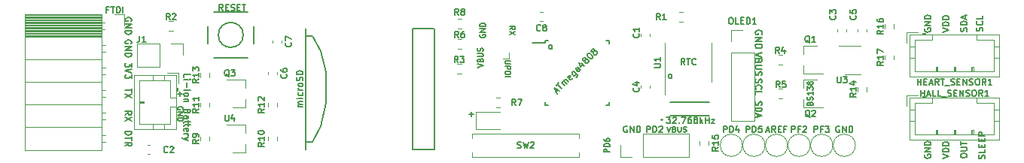
<source format=gbr>
%TF.GenerationSoftware,KiCad,Pcbnew,(5.1.10)-1*%
%TF.CreationDate,2021-07-01T22:03:52-07:00*%
%TF.ProjectId,BivalveBit_RevA,42697661-6c76-4654-9269-745f52657641,A*%
%TF.SameCoordinates,Original*%
%TF.FileFunction,Legend,Top*%
%TF.FilePolarity,Positive*%
%FSLAX46Y46*%
G04 Gerber Fmt 4.6, Leading zero omitted, Abs format (unit mm)*
G04 Created by KiCad (PCBNEW (5.1.10)-1) date 2021-07-01 22:03:52*
%MOMM*%
%LPD*%
G01*
G04 APERTURE LIST*
%ADD10C,0.127000*%
%ADD11C,0.120000*%
%ADD12C,0.150000*%
%ADD13C,0.200000*%
G04 APERTURE END LIST*
D10*
X181058457Y-131927600D02*
X181087485Y-131840514D01*
X181116514Y-131811485D01*
X181174571Y-131782457D01*
X181261657Y-131782457D01*
X181319714Y-131811485D01*
X181348742Y-131840514D01*
X181377771Y-131898571D01*
X181377771Y-132130800D01*
X180768171Y-132130800D01*
X180768171Y-131927600D01*
X180797200Y-131869542D01*
X180826228Y-131840514D01*
X180884285Y-131811485D01*
X180942342Y-131811485D01*
X181000400Y-131840514D01*
X181029428Y-131869542D01*
X181058457Y-131927600D01*
X181058457Y-132130800D01*
X181348742Y-131550228D02*
X181377771Y-131463142D01*
X181377771Y-131318000D01*
X181348742Y-131259942D01*
X181319714Y-131230914D01*
X181261657Y-131201885D01*
X181203600Y-131201885D01*
X181145542Y-131230914D01*
X181116514Y-131259942D01*
X181087485Y-131318000D01*
X181058457Y-131434114D01*
X181029428Y-131492171D01*
X181000400Y-131521200D01*
X180942342Y-131550228D01*
X180884285Y-131550228D01*
X180826228Y-131521200D01*
X180797200Y-131492171D01*
X180768171Y-131434114D01*
X180768171Y-131288971D01*
X180797200Y-131201885D01*
X181377771Y-130621314D02*
X181377771Y-130969657D01*
X181377771Y-130795485D02*
X180768171Y-130795485D01*
X180855257Y-130853542D01*
X180913314Y-130911600D01*
X180942342Y-130969657D01*
X180768171Y-130418114D02*
X180768171Y-130040742D01*
X181000400Y-130243942D01*
X181000400Y-130156857D01*
X181029428Y-130098800D01*
X181058457Y-130069771D01*
X181116514Y-130040742D01*
X181261657Y-130040742D01*
X181319714Y-130069771D01*
X181348742Y-130098800D01*
X181377771Y-130156857D01*
X181377771Y-130331028D01*
X181348742Y-130389085D01*
X181319714Y-130418114D01*
X181029428Y-129692400D02*
X181000400Y-129750457D01*
X180971371Y-129779485D01*
X180913314Y-129808514D01*
X180884285Y-129808514D01*
X180826228Y-129779485D01*
X180797200Y-129750457D01*
X180768171Y-129692400D01*
X180768171Y-129576285D01*
X180797200Y-129518228D01*
X180826228Y-129489200D01*
X180884285Y-129460171D01*
X180913314Y-129460171D01*
X180971371Y-129489200D01*
X181000400Y-129518228D01*
X181029428Y-129576285D01*
X181029428Y-129692400D01*
X181058457Y-129750457D01*
X181087485Y-129779485D01*
X181145542Y-129808514D01*
X181261657Y-129808514D01*
X181319714Y-129779485D01*
X181348742Y-129750457D01*
X181377771Y-129692400D01*
X181377771Y-129576285D01*
X181348742Y-129518228D01*
X181319714Y-129489200D01*
X181261657Y-129460171D01*
X181145542Y-129460171D01*
X181087485Y-129489200D01*
X181058457Y-129518228D01*
X181029428Y-129576285D01*
X166979600Y-127575733D02*
X166742533Y-127237066D01*
X166573200Y-127575733D02*
X166573200Y-126864533D01*
X166844133Y-126864533D01*
X166911866Y-126898400D01*
X166945733Y-126932266D01*
X166979600Y-127000000D01*
X166979600Y-127101600D01*
X166945733Y-127169333D01*
X166911866Y-127203200D01*
X166844133Y-127237066D01*
X166573200Y-127237066D01*
X167182800Y-126864533D02*
X167589200Y-126864533D01*
X167386000Y-127575733D02*
X167386000Y-126864533D01*
X168232666Y-127508000D02*
X168198800Y-127541866D01*
X168097200Y-127575733D01*
X168029466Y-127575733D01*
X167927866Y-127541866D01*
X167860133Y-127474133D01*
X167826266Y-127406400D01*
X167792400Y-127270933D01*
X167792400Y-127169333D01*
X167826266Y-127033866D01*
X167860133Y-126966133D01*
X167927866Y-126898400D01*
X168029466Y-126864533D01*
X168097200Y-126864533D01*
X168198800Y-126898400D01*
X168232666Y-126932266D01*
X110676266Y-128981200D02*
X110676266Y-128642533D01*
X111387466Y-128642533D01*
X110676266Y-129218266D02*
X111150400Y-129218266D01*
X111387466Y-129218266D02*
X111353600Y-129184400D01*
X111319733Y-129218266D01*
X111353600Y-129252133D01*
X111387466Y-129218266D01*
X111319733Y-129218266D01*
X110947200Y-129556933D02*
X110947200Y-130098800D01*
X110676266Y-130437466D02*
X111387466Y-130437466D01*
X110676266Y-130877733D02*
X110710133Y-130810000D01*
X110744000Y-130776133D01*
X110811733Y-130742266D01*
X111014933Y-130742266D01*
X111082666Y-130776133D01*
X111116533Y-130810000D01*
X111150400Y-130877733D01*
X111150400Y-130979333D01*
X111116533Y-131047066D01*
X111082666Y-131080933D01*
X111014933Y-131114800D01*
X110811733Y-131114800D01*
X110744000Y-131080933D01*
X110710133Y-131047066D01*
X110676266Y-130979333D01*
X110676266Y-130877733D01*
X111150400Y-131419600D02*
X110676266Y-131419600D01*
X111082666Y-131419600D02*
X111116533Y-131453466D01*
X111150400Y-131521200D01*
X111150400Y-131622800D01*
X111116533Y-131690533D01*
X111048800Y-131724400D01*
X110676266Y-131724400D01*
X111048800Y-132842000D02*
X111014933Y-132943600D01*
X110981066Y-132977466D01*
X110913333Y-133011333D01*
X110811733Y-133011333D01*
X110744000Y-132977466D01*
X110710133Y-132943600D01*
X110676266Y-132875866D01*
X110676266Y-132604933D01*
X111387466Y-132604933D01*
X111387466Y-132842000D01*
X111353600Y-132909733D01*
X111319733Y-132943600D01*
X111252000Y-132977466D01*
X111184266Y-132977466D01*
X111116533Y-132943600D01*
X111082666Y-132909733D01*
X111048800Y-132842000D01*
X111048800Y-132604933D01*
X110676266Y-133620933D02*
X111048800Y-133620933D01*
X111116533Y-133587066D01*
X111150400Y-133519333D01*
X111150400Y-133383866D01*
X111116533Y-133316133D01*
X110710133Y-133620933D02*
X110676266Y-133553200D01*
X110676266Y-133383866D01*
X110710133Y-133316133D01*
X110777866Y-133282266D01*
X110845600Y-133282266D01*
X110913333Y-133316133D01*
X110947200Y-133383866D01*
X110947200Y-133553200D01*
X110981066Y-133620933D01*
X111150400Y-133858000D02*
X111150400Y-134128933D01*
X111387466Y-133959600D02*
X110777866Y-133959600D01*
X110710133Y-133993466D01*
X110676266Y-134061200D01*
X110676266Y-134128933D01*
X111150400Y-134264400D02*
X111150400Y-134535333D01*
X111387466Y-134366000D02*
X110777866Y-134366000D01*
X110710133Y-134399866D01*
X110676266Y-134467600D01*
X110676266Y-134535333D01*
X110710133Y-135043333D02*
X110676266Y-134975600D01*
X110676266Y-134840133D01*
X110710133Y-134772400D01*
X110777866Y-134738533D01*
X111048800Y-134738533D01*
X111116533Y-134772400D01*
X111150400Y-134840133D01*
X111150400Y-134975600D01*
X111116533Y-135043333D01*
X111048800Y-135077200D01*
X110981066Y-135077200D01*
X110913333Y-134738533D01*
X110676266Y-135382000D02*
X111150400Y-135382000D01*
X111014933Y-135382000D02*
X111082666Y-135415866D01*
X111116533Y-135449733D01*
X111150400Y-135517466D01*
X111150400Y-135585200D01*
X111150400Y-135754533D02*
X110676266Y-135923866D01*
X111150400Y-136093200D02*
X110676266Y-135923866D01*
X110506933Y-135856133D01*
X110473066Y-135822266D01*
X110439200Y-135754533D01*
X158517771Y-137406742D02*
X157908171Y-137406742D01*
X157908171Y-137174514D01*
X157937200Y-137116457D01*
X157966228Y-137087428D01*
X158024285Y-137058400D01*
X158111371Y-137058400D01*
X158169428Y-137087428D01*
X158198457Y-137116457D01*
X158227485Y-137174514D01*
X158227485Y-137406742D01*
X158517771Y-136797142D02*
X157908171Y-136797142D01*
X157908171Y-136652000D01*
X157937200Y-136564914D01*
X157995257Y-136506857D01*
X158053314Y-136477828D01*
X158169428Y-136448800D01*
X158256514Y-136448800D01*
X158372628Y-136477828D01*
X158430685Y-136506857D01*
X158488742Y-136564914D01*
X158517771Y-136652000D01*
X158517771Y-136797142D01*
X157908171Y-135926285D02*
X157908171Y-136042400D01*
X157937200Y-136100457D01*
X157966228Y-136129485D01*
X158053314Y-136187542D01*
X158169428Y-136216571D01*
X158401657Y-136216571D01*
X158459714Y-136187542D01*
X158488742Y-136158514D01*
X158517771Y-136100457D01*
X158517771Y-135984342D01*
X158488742Y-135926285D01*
X158459714Y-135897257D01*
X158401657Y-135868228D01*
X158256514Y-135868228D01*
X158198457Y-135897257D01*
X158169428Y-135926285D01*
X158140400Y-135984342D01*
X158140400Y-136100457D01*
X158169428Y-136158514D01*
X158198457Y-136187542D01*
X158256514Y-136216571D01*
X164998400Y-134540171D02*
X165201600Y-135149771D01*
X165404800Y-134540171D01*
X165811200Y-134830457D02*
X165898285Y-134859485D01*
X165927314Y-134888514D01*
X165956342Y-134946571D01*
X165956342Y-135033657D01*
X165927314Y-135091714D01*
X165898285Y-135120742D01*
X165840228Y-135149771D01*
X165608000Y-135149771D01*
X165608000Y-134540171D01*
X165811200Y-134540171D01*
X165869257Y-134569200D01*
X165898285Y-134598228D01*
X165927314Y-134656285D01*
X165927314Y-134714342D01*
X165898285Y-134772400D01*
X165869257Y-134801428D01*
X165811200Y-134830457D01*
X165608000Y-134830457D01*
X166217600Y-134540171D02*
X166217600Y-135033657D01*
X166246628Y-135091714D01*
X166275657Y-135120742D01*
X166333714Y-135149771D01*
X166449828Y-135149771D01*
X166507885Y-135120742D01*
X166536914Y-135091714D01*
X166565942Y-135033657D01*
X166565942Y-134540171D01*
X166827200Y-135120742D02*
X166914285Y-135149771D01*
X167059428Y-135149771D01*
X167117485Y-135120742D01*
X167146514Y-135091714D01*
X167175542Y-135033657D01*
X167175542Y-134975600D01*
X167146514Y-134917542D01*
X167117485Y-134888514D01*
X167059428Y-134859485D01*
X166943314Y-134830457D01*
X166885257Y-134801428D01*
X166856228Y-134772400D01*
X166827200Y-134714342D01*
X166827200Y-134656285D01*
X166856228Y-134598228D01*
X166885257Y-134569200D01*
X166943314Y-134540171D01*
X167088457Y-134540171D01*
X167175542Y-134569200D01*
X160494133Y-134518400D02*
X160426400Y-134484533D01*
X160324800Y-134484533D01*
X160223200Y-134518400D01*
X160155466Y-134586133D01*
X160121600Y-134653866D01*
X160087733Y-134789333D01*
X160087733Y-134890933D01*
X160121600Y-135026400D01*
X160155466Y-135094133D01*
X160223200Y-135161866D01*
X160324800Y-135195733D01*
X160392533Y-135195733D01*
X160494133Y-135161866D01*
X160528000Y-135128000D01*
X160528000Y-134890933D01*
X160392533Y-134890933D01*
X160832800Y-135195733D02*
X160832800Y-134484533D01*
X161239200Y-135195733D01*
X161239200Y-134484533D01*
X161577866Y-135195733D02*
X161577866Y-134484533D01*
X161747200Y-134484533D01*
X161848800Y-134518400D01*
X161916533Y-134586133D01*
X161950400Y-134653866D01*
X161984266Y-134789333D01*
X161984266Y-134890933D01*
X161950400Y-135026400D01*
X161916533Y-135094133D01*
X161848800Y-135161866D01*
X161747200Y-135195733D01*
X161577866Y-135195733D01*
X162695466Y-135195733D02*
X162695466Y-134484533D01*
X162966400Y-134484533D01*
X163034133Y-134518400D01*
X163068000Y-134552266D01*
X163101866Y-134620000D01*
X163101866Y-134721600D01*
X163068000Y-134789333D01*
X163034133Y-134823200D01*
X162966400Y-134857066D01*
X162695466Y-134857066D01*
X163406666Y-135195733D02*
X163406666Y-134484533D01*
X163576000Y-134484533D01*
X163677600Y-134518400D01*
X163745333Y-134586133D01*
X163779200Y-134653866D01*
X163813066Y-134789333D01*
X163813066Y-134890933D01*
X163779200Y-135026400D01*
X163745333Y-135094133D01*
X163677600Y-135161866D01*
X163576000Y-135195733D01*
X163406666Y-135195733D01*
X164084000Y-134552266D02*
X164117866Y-134518400D01*
X164185600Y-134484533D01*
X164354933Y-134484533D01*
X164422666Y-134518400D01*
X164456533Y-134552266D01*
X164490400Y-134620000D01*
X164490400Y-134687733D01*
X164456533Y-134789333D01*
X164050133Y-135195733D01*
X164490400Y-135195733D01*
X143684171Y-127863600D02*
X144293771Y-127660400D01*
X143684171Y-127457200D01*
X143974457Y-127050800D02*
X144003485Y-126963714D01*
X144032514Y-126934685D01*
X144090571Y-126905657D01*
X144177657Y-126905657D01*
X144235714Y-126934685D01*
X144264742Y-126963714D01*
X144293771Y-127021771D01*
X144293771Y-127254000D01*
X143684171Y-127254000D01*
X143684171Y-127050800D01*
X143713200Y-126992742D01*
X143742228Y-126963714D01*
X143800285Y-126934685D01*
X143858342Y-126934685D01*
X143916400Y-126963714D01*
X143945428Y-126992742D01*
X143974457Y-127050800D01*
X143974457Y-127254000D01*
X143684171Y-126644400D02*
X144177657Y-126644400D01*
X144235714Y-126615371D01*
X144264742Y-126586342D01*
X144293771Y-126528285D01*
X144293771Y-126412171D01*
X144264742Y-126354114D01*
X144235714Y-126325085D01*
X144177657Y-126296057D01*
X143684171Y-126296057D01*
X144264742Y-126034800D02*
X144293771Y-125947714D01*
X144293771Y-125802571D01*
X144264742Y-125744514D01*
X144235714Y-125715485D01*
X144177657Y-125686457D01*
X144119600Y-125686457D01*
X144061542Y-125715485D01*
X144032514Y-125744514D01*
X144003485Y-125802571D01*
X143974457Y-125918685D01*
X143945428Y-125976742D01*
X143916400Y-126005771D01*
X143858342Y-126034800D01*
X143800285Y-126034800D01*
X143742228Y-126005771D01*
X143713200Y-125976742D01*
X143684171Y-125918685D01*
X143684171Y-125773542D01*
X143713200Y-125686457D01*
X143967200Y-124162457D02*
X143938171Y-124220514D01*
X143938171Y-124307600D01*
X143967200Y-124394685D01*
X144025257Y-124452742D01*
X144083314Y-124481771D01*
X144199428Y-124510800D01*
X144286514Y-124510800D01*
X144402628Y-124481771D01*
X144460685Y-124452742D01*
X144518742Y-124394685D01*
X144547771Y-124307600D01*
X144547771Y-124249542D01*
X144518742Y-124162457D01*
X144489714Y-124133428D01*
X144286514Y-124133428D01*
X144286514Y-124249542D01*
X144547771Y-123872171D02*
X143938171Y-123872171D01*
X144547771Y-123523828D01*
X143938171Y-123523828D01*
X144547771Y-123233542D02*
X143938171Y-123233542D01*
X143938171Y-123088400D01*
X143967200Y-123001314D01*
X144025257Y-122943257D01*
X144083314Y-122914228D01*
X144199428Y-122885200D01*
X144286514Y-122885200D01*
X144402628Y-122914228D01*
X144460685Y-122943257D01*
X144518742Y-123001314D01*
X144547771Y-123088400D01*
X144547771Y-123233542D01*
X147298228Y-123596400D02*
X147588514Y-123393200D01*
X147298228Y-123248057D02*
X147907828Y-123248057D01*
X147907828Y-123480285D01*
X147878800Y-123538342D01*
X147849771Y-123567371D01*
X147791714Y-123596400D01*
X147704628Y-123596400D01*
X147646571Y-123567371D01*
X147617542Y-123538342D01*
X147588514Y-123480285D01*
X147588514Y-123248057D01*
X147907828Y-123799600D02*
X147298228Y-124206000D01*
X147907828Y-124206000D02*
X147298228Y-123799600D01*
X147399828Y-127087085D02*
X146906342Y-127087085D01*
X146848285Y-127116114D01*
X146819257Y-127145142D01*
X146790228Y-127203200D01*
X146790228Y-127319314D01*
X146819257Y-127377371D01*
X146848285Y-127406400D01*
X146906342Y-127435428D01*
X147399828Y-127435428D01*
X146790228Y-127725714D02*
X147399828Y-127725714D01*
X147399828Y-127957942D01*
X147370800Y-128016000D01*
X147341771Y-128045028D01*
X147283714Y-128074057D01*
X147196628Y-128074057D01*
X147138571Y-128045028D01*
X147109542Y-128016000D01*
X147080514Y-127957942D01*
X147080514Y-127725714D01*
X146790228Y-128335314D02*
X147399828Y-128335314D01*
X147399828Y-128480457D01*
X147370800Y-128567542D01*
X147312742Y-128625600D01*
X147254685Y-128654628D01*
X147138571Y-128683657D01*
X147051485Y-128683657D01*
X146935371Y-128654628D01*
X146877314Y-128625600D01*
X146819257Y-128567542D01*
X146790228Y-128480457D01*
X146790228Y-128335314D01*
X146790228Y-128944914D02*
X147399828Y-128944914D01*
X104072266Y-135077200D02*
X104783466Y-135077200D01*
X104783466Y-135246533D01*
X104749600Y-135348133D01*
X104681866Y-135415866D01*
X104614133Y-135449733D01*
X104478666Y-135483600D01*
X104377066Y-135483600D01*
X104241600Y-135449733D01*
X104173866Y-135415866D01*
X104106133Y-135348133D01*
X104072266Y-135246533D01*
X104072266Y-135077200D01*
X104783466Y-135686800D02*
X104783466Y-136093200D01*
X104072266Y-135890000D02*
X104783466Y-135890000D01*
X104072266Y-136736666D02*
X104410933Y-136499600D01*
X104072266Y-136330266D02*
X104783466Y-136330266D01*
X104783466Y-136601200D01*
X104749600Y-136668933D01*
X104715733Y-136702800D01*
X104648000Y-136736666D01*
X104546400Y-136736666D01*
X104478666Y-136702800D01*
X104444800Y-136668933D01*
X104410933Y-136601200D01*
X104410933Y-136330266D01*
X104749600Y-122648133D02*
X104783466Y-122580400D01*
X104783466Y-122478800D01*
X104749600Y-122377200D01*
X104681866Y-122309466D01*
X104614133Y-122275600D01*
X104478666Y-122241733D01*
X104377066Y-122241733D01*
X104241600Y-122275600D01*
X104173866Y-122309466D01*
X104106133Y-122377200D01*
X104072266Y-122478800D01*
X104072266Y-122546533D01*
X104106133Y-122648133D01*
X104140000Y-122682000D01*
X104377066Y-122682000D01*
X104377066Y-122546533D01*
X104072266Y-122986800D02*
X104783466Y-122986800D01*
X104072266Y-123393200D01*
X104783466Y-123393200D01*
X104072266Y-123731866D02*
X104783466Y-123731866D01*
X104783466Y-123901200D01*
X104749600Y-124002800D01*
X104681866Y-124070533D01*
X104614133Y-124104400D01*
X104478666Y-124138266D01*
X104377066Y-124138266D01*
X104241600Y-124104400D01*
X104173866Y-124070533D01*
X104106133Y-124002800D01*
X104072266Y-123901200D01*
X104072266Y-123731866D01*
X104749600Y-125188133D02*
X104783466Y-125120400D01*
X104783466Y-125018800D01*
X104749600Y-124917200D01*
X104681866Y-124849466D01*
X104614133Y-124815600D01*
X104478666Y-124781733D01*
X104377066Y-124781733D01*
X104241600Y-124815600D01*
X104173866Y-124849466D01*
X104106133Y-124917200D01*
X104072266Y-125018800D01*
X104072266Y-125086533D01*
X104106133Y-125188133D01*
X104140000Y-125222000D01*
X104377066Y-125222000D01*
X104377066Y-125086533D01*
X104072266Y-125526800D02*
X104783466Y-125526800D01*
X104072266Y-125933200D01*
X104783466Y-125933200D01*
X104072266Y-126271866D02*
X104783466Y-126271866D01*
X104783466Y-126441200D01*
X104749600Y-126542800D01*
X104681866Y-126610533D01*
X104614133Y-126644400D01*
X104478666Y-126678266D01*
X104377066Y-126678266D01*
X104241600Y-126644400D01*
X104173866Y-126610533D01*
X104106133Y-126542800D01*
X104072266Y-126441200D01*
X104072266Y-126271866D01*
X104783466Y-127389466D02*
X104783466Y-127829733D01*
X104512533Y-127592666D01*
X104512533Y-127694266D01*
X104478666Y-127762000D01*
X104444800Y-127795866D01*
X104377066Y-127829733D01*
X104207733Y-127829733D01*
X104140000Y-127795866D01*
X104106133Y-127762000D01*
X104072266Y-127694266D01*
X104072266Y-127491066D01*
X104106133Y-127423333D01*
X104140000Y-127389466D01*
X104783466Y-128032933D02*
X104072266Y-128270000D01*
X104783466Y-128507066D01*
X104783466Y-128676400D02*
X104783466Y-129116666D01*
X104512533Y-128879600D01*
X104512533Y-128981200D01*
X104478666Y-129048933D01*
X104444800Y-129082800D01*
X104377066Y-129116666D01*
X104207733Y-129116666D01*
X104140000Y-129082800D01*
X104106133Y-129048933D01*
X104072266Y-128981200D01*
X104072266Y-128778000D01*
X104106133Y-128710266D01*
X104140000Y-128676400D01*
X104783466Y-130268133D02*
X104783466Y-130674533D01*
X104072266Y-130471333D02*
X104783466Y-130471333D01*
X104783466Y-130843866D02*
X104072266Y-131318000D01*
X104783466Y-131318000D02*
X104072266Y-130843866D01*
X104072266Y-133231466D02*
X104410933Y-132994400D01*
X104072266Y-132825066D02*
X104783466Y-132825066D01*
X104783466Y-133096000D01*
X104749600Y-133163733D01*
X104715733Y-133197600D01*
X104648000Y-133231466D01*
X104546400Y-133231466D01*
X104478666Y-133197600D01*
X104444800Y-133163733D01*
X104410933Y-133096000D01*
X104410933Y-132825066D01*
X104783466Y-133468533D02*
X104072266Y-133942666D01*
X104783466Y-133942666D02*
X104072266Y-133468533D01*
X110540800Y-132631542D02*
X110569828Y-132573485D01*
X110569828Y-132486400D01*
X110540800Y-132399314D01*
X110482742Y-132341257D01*
X110424685Y-132312228D01*
X110308571Y-132283200D01*
X110221485Y-132283200D01*
X110105371Y-132312228D01*
X110047314Y-132341257D01*
X109989257Y-132399314D01*
X109960228Y-132486400D01*
X109960228Y-132544457D01*
X109989257Y-132631542D01*
X110018285Y-132660571D01*
X110221485Y-132660571D01*
X110221485Y-132544457D01*
X109960228Y-132921828D02*
X110569828Y-132921828D01*
X109960228Y-133270171D01*
X110569828Y-133270171D01*
X109960228Y-133560457D02*
X110569828Y-133560457D01*
X110569828Y-133705600D01*
X110540800Y-133792685D01*
X110482742Y-133850742D01*
X110424685Y-133879771D01*
X110308571Y-133908800D01*
X110221485Y-133908800D01*
X110105371Y-133879771D01*
X110047314Y-133850742D01*
X109989257Y-133792685D01*
X109960228Y-133705600D01*
X109960228Y-133560457D01*
X109965066Y-130860800D02*
X110506933Y-130860800D01*
X110236000Y-131131733D02*
X110236000Y-130589866D01*
X142731066Y-133146800D02*
X143272933Y-133146800D01*
X143002000Y-133417733D02*
X143002000Y-132875866D01*
X165303200Y-129099733D02*
X165235466Y-129065866D01*
X165201600Y-129032000D01*
X165167733Y-128964266D01*
X165167733Y-128761066D01*
X165201600Y-128693333D01*
X165235466Y-128659466D01*
X165303200Y-128625600D01*
X165404800Y-128625600D01*
X165472533Y-128659466D01*
X165506400Y-128693333D01*
X165540266Y-128761066D01*
X165540266Y-128964266D01*
X165506400Y-129032000D01*
X165472533Y-129065866D01*
X165404800Y-129099733D01*
X165303200Y-129099733D01*
X151841200Y-125797733D02*
X151773466Y-125763866D01*
X151739600Y-125730000D01*
X151705733Y-125662266D01*
X151705733Y-125459066D01*
X151739600Y-125391333D01*
X151773466Y-125357466D01*
X151841200Y-125323600D01*
X151942800Y-125323600D01*
X152010533Y-125357466D01*
X152044400Y-125391333D01*
X152078266Y-125459066D01*
X152078266Y-125662266D01*
X152044400Y-125730000D01*
X152010533Y-125763866D01*
X151942800Y-125797733D01*
X151841200Y-125797733D01*
X152494817Y-130628813D02*
X152734291Y-130389340D01*
X152590606Y-130820392D02*
X152255344Y-130149866D01*
X152925869Y-130485129D01*
X152518764Y-129886446D02*
X152806133Y-129599077D01*
X153165343Y-130245656D02*
X152662448Y-129742762D01*
X153476658Y-129934340D02*
X153141395Y-129599077D01*
X153189290Y-129646972D02*
X153189290Y-129599077D01*
X153213237Y-129527235D01*
X153285080Y-129455393D01*
X153356922Y-129431446D01*
X153428764Y-129455393D01*
X153692184Y-129718814D01*
X153428764Y-129455393D02*
X153404816Y-129383551D01*
X153428764Y-129311709D01*
X153500606Y-129239867D01*
X153572448Y-129215920D01*
X153644290Y-129239867D01*
X153907711Y-129503288D01*
X154314816Y-129048288D02*
X154290868Y-129120130D01*
X154195079Y-129215920D01*
X154123237Y-129239867D01*
X154051395Y-129215920D01*
X153859816Y-129024341D01*
X153835869Y-128952499D01*
X153859816Y-128880657D01*
X153955605Y-128784868D01*
X154027447Y-128760920D01*
X154099289Y-128784868D01*
X154147184Y-128832762D01*
X153955605Y-129120130D01*
X154458500Y-128281973D02*
X154865605Y-128689078D01*
X154889552Y-128760920D01*
X154889552Y-128808815D01*
X154865605Y-128880657D01*
X154793763Y-128952499D01*
X154721921Y-128976446D01*
X154769815Y-128593289D02*
X154745868Y-128665131D01*
X154650078Y-128760920D01*
X154578236Y-128784868D01*
X154530342Y-128784868D01*
X154458500Y-128760920D01*
X154314816Y-128617236D01*
X154290868Y-128545394D01*
X154290868Y-128497499D01*
X154314816Y-128425657D01*
X154410605Y-128329868D01*
X154482447Y-128305921D01*
X155248762Y-128162236D02*
X154985341Y-127898816D01*
X154913499Y-127874868D01*
X154841657Y-127898816D01*
X154745868Y-127994605D01*
X154721921Y-128066447D01*
X155224815Y-128138289D02*
X155200868Y-128210131D01*
X155081131Y-128329868D01*
X155009289Y-128353815D01*
X154937447Y-128329868D01*
X154889552Y-128281973D01*
X154865605Y-128210131D01*
X154889552Y-128138289D01*
X155009289Y-128018552D01*
X155033236Y-127946710D01*
X155368499Y-127371974D02*
X155703762Y-127707237D01*
X155057183Y-127300132D02*
X155296657Y-127779079D01*
X155607972Y-127467763D01*
X155751657Y-127084606D02*
X155679815Y-127108553D01*
X155631920Y-127108553D01*
X155560078Y-127084606D01*
X155536130Y-127060658D01*
X155512183Y-126988816D01*
X155512183Y-126940922D01*
X155536130Y-126869080D01*
X155631920Y-126773290D01*
X155703762Y-126749343D01*
X155751657Y-126749343D01*
X155823499Y-126773290D01*
X155847446Y-126797237D01*
X155871393Y-126869080D01*
X155871393Y-126916974D01*
X155847446Y-126988816D01*
X155751657Y-127084606D01*
X155727709Y-127156448D01*
X155727709Y-127204342D01*
X155751657Y-127276184D01*
X155847446Y-127371974D01*
X155919288Y-127395921D01*
X155967183Y-127395921D01*
X156039025Y-127371974D01*
X156134814Y-127276184D01*
X156158762Y-127204342D01*
X156158762Y-127156448D01*
X156134814Y-127084606D01*
X156039025Y-126988816D01*
X155967183Y-126964869D01*
X155919288Y-126964869D01*
X155847446Y-126988816D01*
X156039025Y-126366185D02*
X156086919Y-126318291D01*
X156158762Y-126294343D01*
X156206656Y-126294343D01*
X156278498Y-126318291D01*
X156398235Y-126390133D01*
X156517972Y-126509869D01*
X156589814Y-126629606D01*
X156613761Y-126701448D01*
X156613761Y-126749343D01*
X156589814Y-126821185D01*
X156541919Y-126869080D01*
X156470077Y-126893027D01*
X156422182Y-126893027D01*
X156350340Y-126869080D01*
X156230604Y-126797237D01*
X156110867Y-126677501D01*
X156039025Y-126557764D01*
X156015077Y-126485922D01*
X156015077Y-126438027D01*
X156039025Y-126366185D01*
X156709551Y-126126712D02*
X156637708Y-126150659D01*
X156589814Y-126150659D01*
X156517972Y-126126712D01*
X156494024Y-126102764D01*
X156470077Y-126030922D01*
X156470077Y-125983028D01*
X156494024Y-125911186D01*
X156589814Y-125815396D01*
X156661656Y-125791449D01*
X156709551Y-125791449D01*
X156781393Y-125815396D01*
X156805340Y-125839344D01*
X156829287Y-125911186D01*
X156829287Y-125959080D01*
X156805340Y-126030922D01*
X156709551Y-126126712D01*
X156685603Y-126198554D01*
X156685603Y-126246448D01*
X156709551Y-126318291D01*
X156805340Y-126414080D01*
X156877182Y-126438027D01*
X156925077Y-126438027D01*
X156996919Y-126414080D01*
X157092708Y-126318291D01*
X157116655Y-126246448D01*
X157116655Y-126198554D01*
X157092708Y-126126712D01*
X156996919Y-126030922D01*
X156925077Y-126006975D01*
X156877182Y-126006975D01*
X156805340Y-126030922D01*
X200439866Y-123782666D02*
X200473733Y-123681066D01*
X200473733Y-123511733D01*
X200439866Y-123444000D01*
X200406000Y-123410133D01*
X200338266Y-123376266D01*
X200270533Y-123376266D01*
X200202800Y-123410133D01*
X200168933Y-123444000D01*
X200135066Y-123511733D01*
X200101200Y-123647200D01*
X200067333Y-123714933D01*
X200033466Y-123748800D01*
X199965733Y-123782666D01*
X199898000Y-123782666D01*
X199830266Y-123748800D01*
X199796400Y-123714933D01*
X199762533Y-123647200D01*
X199762533Y-123477866D01*
X199796400Y-123376266D01*
X200406000Y-122665066D02*
X200439866Y-122698933D01*
X200473733Y-122800533D01*
X200473733Y-122868266D01*
X200439866Y-122969866D01*
X200372133Y-123037600D01*
X200304400Y-123071466D01*
X200168933Y-123105333D01*
X200067333Y-123105333D01*
X199931866Y-123071466D01*
X199864133Y-123037600D01*
X199796400Y-122969866D01*
X199762533Y-122868266D01*
X199762533Y-122800533D01*
X199796400Y-122698933D01*
X199830266Y-122665066D01*
X200473733Y-122021600D02*
X200473733Y-122360266D01*
X199762533Y-122360266D01*
X198661866Y-123799600D02*
X198695733Y-123698000D01*
X198695733Y-123528666D01*
X198661866Y-123460933D01*
X198628000Y-123427066D01*
X198560266Y-123393200D01*
X198492533Y-123393200D01*
X198424800Y-123427066D01*
X198390933Y-123460933D01*
X198357066Y-123528666D01*
X198323200Y-123664133D01*
X198289333Y-123731866D01*
X198255466Y-123765733D01*
X198187733Y-123799600D01*
X198120000Y-123799600D01*
X198052266Y-123765733D01*
X198018400Y-123731866D01*
X197984533Y-123664133D01*
X197984533Y-123494800D01*
X198018400Y-123393200D01*
X198695733Y-123088400D02*
X197984533Y-123088400D01*
X197984533Y-122919066D01*
X198018400Y-122817466D01*
X198086133Y-122749733D01*
X198153866Y-122715866D01*
X198289333Y-122682000D01*
X198390933Y-122682000D01*
X198526400Y-122715866D01*
X198594133Y-122749733D01*
X198661866Y-122817466D01*
X198695733Y-122919066D01*
X198695733Y-123088400D01*
X198492533Y-122411066D02*
X198492533Y-122072400D01*
X198695733Y-122478800D02*
X197984533Y-122241733D01*
X198695733Y-122004666D01*
X195952533Y-123884266D02*
X196663733Y-123647200D01*
X195952533Y-123410133D01*
X196663733Y-123173066D02*
X195952533Y-123173066D01*
X195952533Y-123003733D01*
X195986400Y-122902133D01*
X196054133Y-122834400D01*
X196121866Y-122800533D01*
X196257333Y-122766666D01*
X196358933Y-122766666D01*
X196494400Y-122800533D01*
X196562133Y-122834400D01*
X196629866Y-122902133D01*
X196663733Y-123003733D01*
X196663733Y-123173066D01*
X196663733Y-122461866D02*
X195952533Y-122461866D01*
X195952533Y-122292533D01*
X195986400Y-122190933D01*
X196054133Y-122123200D01*
X196121866Y-122089333D01*
X196257333Y-122055466D01*
X196358933Y-122055466D01*
X196494400Y-122089333D01*
X196562133Y-122123200D01*
X196629866Y-122190933D01*
X196663733Y-122292533D01*
X196663733Y-122461866D01*
X193954400Y-123477866D02*
X193920533Y-123545600D01*
X193920533Y-123647200D01*
X193954400Y-123748800D01*
X194022133Y-123816533D01*
X194089866Y-123850400D01*
X194225333Y-123884266D01*
X194326933Y-123884266D01*
X194462400Y-123850400D01*
X194530133Y-123816533D01*
X194597866Y-123748800D01*
X194631733Y-123647200D01*
X194631733Y-123579466D01*
X194597866Y-123477866D01*
X194564000Y-123444000D01*
X194326933Y-123444000D01*
X194326933Y-123579466D01*
X194631733Y-123139200D02*
X193920533Y-123139200D01*
X194631733Y-122732800D01*
X193920533Y-122732800D01*
X194631733Y-122394133D02*
X193920533Y-122394133D01*
X193920533Y-122224800D01*
X193954400Y-122123200D01*
X194022133Y-122055466D01*
X194089866Y-122021600D01*
X194225333Y-121987733D01*
X194326933Y-121987733D01*
X194462400Y-122021600D01*
X194530133Y-122055466D01*
X194597866Y-122123200D01*
X194631733Y-122224800D01*
X194631733Y-122394133D01*
X200693866Y-138142133D02*
X200727733Y-138040533D01*
X200727733Y-137871200D01*
X200693866Y-137803466D01*
X200660000Y-137769600D01*
X200592266Y-137735733D01*
X200524533Y-137735733D01*
X200456800Y-137769600D01*
X200422933Y-137803466D01*
X200389066Y-137871200D01*
X200355200Y-138006666D01*
X200321333Y-138074400D01*
X200287466Y-138108266D01*
X200219733Y-138142133D01*
X200152000Y-138142133D01*
X200084266Y-138108266D01*
X200050400Y-138074400D01*
X200016533Y-138006666D01*
X200016533Y-137837333D01*
X200050400Y-137735733D01*
X200727733Y-137092266D02*
X200727733Y-137430933D01*
X200016533Y-137430933D01*
X200355200Y-136855200D02*
X200355200Y-136618133D01*
X200727733Y-136516533D02*
X200727733Y-136855200D01*
X200016533Y-136855200D01*
X200016533Y-136516533D01*
X200355200Y-136211733D02*
X200355200Y-135974666D01*
X200727733Y-135873066D02*
X200727733Y-136211733D01*
X200016533Y-136211733D01*
X200016533Y-135873066D01*
X200727733Y-135568266D02*
X200016533Y-135568266D01*
X200016533Y-135297333D01*
X200050400Y-135229600D01*
X200084266Y-135195733D01*
X200152000Y-135161866D01*
X200253600Y-135161866D01*
X200321333Y-135195733D01*
X200355200Y-135229600D01*
X200389066Y-135297333D01*
X200389066Y-135568266D01*
X197984533Y-137871200D02*
X197984533Y-137735733D01*
X198018400Y-137668000D01*
X198086133Y-137600266D01*
X198221600Y-137566400D01*
X198458666Y-137566400D01*
X198594133Y-137600266D01*
X198661866Y-137668000D01*
X198695733Y-137735733D01*
X198695733Y-137871200D01*
X198661866Y-137938933D01*
X198594133Y-138006666D01*
X198458666Y-138040533D01*
X198221600Y-138040533D01*
X198086133Y-138006666D01*
X198018400Y-137938933D01*
X197984533Y-137871200D01*
X197984533Y-137261600D02*
X198560266Y-137261600D01*
X198628000Y-137227733D01*
X198661866Y-137193866D01*
X198695733Y-137126133D01*
X198695733Y-136990666D01*
X198661866Y-136922933D01*
X198628000Y-136889066D01*
X198560266Y-136855200D01*
X197984533Y-136855200D01*
X197984533Y-136618133D02*
X197984533Y-136211733D01*
X198695733Y-136414933D02*
X197984533Y-136414933D01*
X195952533Y-138108266D02*
X196663733Y-137871200D01*
X195952533Y-137634133D01*
X196663733Y-137397066D02*
X195952533Y-137397066D01*
X195952533Y-137227733D01*
X195986400Y-137126133D01*
X196054133Y-137058400D01*
X196121866Y-137024533D01*
X196257333Y-136990666D01*
X196358933Y-136990666D01*
X196494400Y-137024533D01*
X196562133Y-137058400D01*
X196629866Y-137126133D01*
X196663733Y-137227733D01*
X196663733Y-137397066D01*
X196663733Y-136685866D02*
X195952533Y-136685866D01*
X195952533Y-136516533D01*
X195986400Y-136414933D01*
X196054133Y-136347200D01*
X196121866Y-136313333D01*
X196257333Y-136279466D01*
X196358933Y-136279466D01*
X196494400Y-136313333D01*
X196562133Y-136347200D01*
X196629866Y-136414933D01*
X196663733Y-136516533D01*
X196663733Y-136685866D01*
X193954400Y-137701866D02*
X193920533Y-137769600D01*
X193920533Y-137871200D01*
X193954400Y-137972800D01*
X194022133Y-138040533D01*
X194089866Y-138074400D01*
X194225333Y-138108266D01*
X194326933Y-138108266D01*
X194462400Y-138074400D01*
X194530133Y-138040533D01*
X194597866Y-137972800D01*
X194631733Y-137871200D01*
X194631733Y-137803466D01*
X194597866Y-137701866D01*
X194564000Y-137668000D01*
X194326933Y-137668000D01*
X194326933Y-137803466D01*
X194631733Y-137363200D02*
X193920533Y-137363200D01*
X194631733Y-136956800D01*
X193920533Y-136956800D01*
X194631733Y-136618133D02*
X193920533Y-136618133D01*
X193920533Y-136448800D01*
X193954400Y-136347200D01*
X194022133Y-136279466D01*
X194089866Y-136245600D01*
X194225333Y-136211733D01*
X194326933Y-136211733D01*
X194462400Y-136245600D01*
X194530133Y-136279466D01*
X194597866Y-136347200D01*
X194631733Y-136448800D01*
X194631733Y-136618133D01*
X184370133Y-134518400D02*
X184302400Y-134484533D01*
X184200800Y-134484533D01*
X184099200Y-134518400D01*
X184031466Y-134586133D01*
X183997600Y-134653866D01*
X183963733Y-134789333D01*
X183963733Y-134890933D01*
X183997600Y-135026400D01*
X184031466Y-135094133D01*
X184099200Y-135161866D01*
X184200800Y-135195733D01*
X184268533Y-135195733D01*
X184370133Y-135161866D01*
X184404000Y-135128000D01*
X184404000Y-134890933D01*
X184268533Y-134890933D01*
X184708800Y-135195733D02*
X184708800Y-134484533D01*
X185115200Y-135195733D01*
X185115200Y-134484533D01*
X185453866Y-135195733D02*
X185453866Y-134484533D01*
X185623200Y-134484533D01*
X185724800Y-134518400D01*
X185792533Y-134586133D01*
X185826400Y-134653866D01*
X185860266Y-134789333D01*
X185860266Y-134890933D01*
X185826400Y-135026400D01*
X185792533Y-135094133D01*
X185724800Y-135161866D01*
X185623200Y-135195733D01*
X185453866Y-135195733D01*
X181542266Y-135195733D02*
X181542266Y-134484533D01*
X181813200Y-134484533D01*
X181880933Y-134518400D01*
X181914800Y-134552266D01*
X181948666Y-134620000D01*
X181948666Y-134721600D01*
X181914800Y-134789333D01*
X181880933Y-134823200D01*
X181813200Y-134857066D01*
X181542266Y-134857066D01*
X182490533Y-134823200D02*
X182253466Y-134823200D01*
X182253466Y-135195733D02*
X182253466Y-134484533D01*
X182592133Y-134484533D01*
X182795333Y-134484533D02*
X183235600Y-134484533D01*
X182998533Y-134755466D01*
X183100133Y-134755466D01*
X183167866Y-134789333D01*
X183201733Y-134823200D01*
X183235600Y-134890933D01*
X183235600Y-135060266D01*
X183201733Y-135128000D01*
X183167866Y-135161866D01*
X183100133Y-135195733D01*
X182896933Y-135195733D01*
X182829200Y-135161866D01*
X182795333Y-135128000D01*
X179002266Y-135195733D02*
X179002266Y-134484533D01*
X179273200Y-134484533D01*
X179340933Y-134518400D01*
X179374800Y-134552266D01*
X179408666Y-134620000D01*
X179408666Y-134721600D01*
X179374800Y-134789333D01*
X179340933Y-134823200D01*
X179273200Y-134857066D01*
X179002266Y-134857066D01*
X179950533Y-134823200D02*
X179713466Y-134823200D01*
X179713466Y-135195733D02*
X179713466Y-134484533D01*
X180052133Y-134484533D01*
X180289200Y-134552266D02*
X180323066Y-134518400D01*
X180390800Y-134484533D01*
X180560133Y-134484533D01*
X180627866Y-134518400D01*
X180661733Y-134552266D01*
X180695600Y-134620000D01*
X180695600Y-134687733D01*
X180661733Y-134789333D01*
X180255333Y-135195733D01*
X180695600Y-135195733D01*
X176140533Y-134992533D02*
X176479200Y-134992533D01*
X176072800Y-135195733D02*
X176309866Y-134484533D01*
X176546933Y-135195733D01*
X177190400Y-135195733D02*
X176953333Y-134857066D01*
X176784000Y-135195733D02*
X176784000Y-134484533D01*
X177054933Y-134484533D01*
X177122666Y-134518400D01*
X177156533Y-134552266D01*
X177190400Y-134620000D01*
X177190400Y-134721600D01*
X177156533Y-134789333D01*
X177122666Y-134823200D01*
X177054933Y-134857066D01*
X176784000Y-134857066D01*
X177495200Y-134823200D02*
X177732266Y-134823200D01*
X177833866Y-135195733D02*
X177495200Y-135195733D01*
X177495200Y-134484533D01*
X177833866Y-134484533D01*
X178375733Y-134823200D02*
X178138666Y-134823200D01*
X178138666Y-135195733D02*
X178138666Y-134484533D01*
X178477333Y-134484533D01*
X173871466Y-135195733D02*
X173871466Y-134484533D01*
X174142400Y-134484533D01*
X174210133Y-134518400D01*
X174244000Y-134552266D01*
X174277866Y-134620000D01*
X174277866Y-134721600D01*
X174244000Y-134789333D01*
X174210133Y-134823200D01*
X174142400Y-134857066D01*
X173871466Y-134857066D01*
X174582666Y-135195733D02*
X174582666Y-134484533D01*
X174752000Y-134484533D01*
X174853600Y-134518400D01*
X174921333Y-134586133D01*
X174955200Y-134653866D01*
X174989066Y-134789333D01*
X174989066Y-134890933D01*
X174955200Y-135026400D01*
X174921333Y-135094133D01*
X174853600Y-135161866D01*
X174752000Y-135195733D01*
X174582666Y-135195733D01*
X175632533Y-134484533D02*
X175293866Y-134484533D01*
X175260000Y-134823200D01*
X175293866Y-134789333D01*
X175361600Y-134755466D01*
X175530933Y-134755466D01*
X175598666Y-134789333D01*
X175632533Y-134823200D01*
X175666400Y-134890933D01*
X175666400Y-135060266D01*
X175632533Y-135128000D01*
X175598666Y-135161866D01*
X175530933Y-135195733D01*
X175361600Y-135195733D01*
X175293866Y-135161866D01*
X175260000Y-135128000D01*
X171331466Y-135195733D02*
X171331466Y-134484533D01*
X171602400Y-134484533D01*
X171670133Y-134518400D01*
X171704000Y-134552266D01*
X171737866Y-134620000D01*
X171737866Y-134721600D01*
X171704000Y-134789333D01*
X171670133Y-134823200D01*
X171602400Y-134857066D01*
X171331466Y-134857066D01*
X172042666Y-135195733D02*
X172042666Y-134484533D01*
X172212000Y-134484533D01*
X172313600Y-134518400D01*
X172381333Y-134586133D01*
X172415200Y-134653866D01*
X172449066Y-134789333D01*
X172449066Y-134890933D01*
X172415200Y-135026400D01*
X172381333Y-135094133D01*
X172313600Y-135161866D01*
X172212000Y-135195733D01*
X172042666Y-135195733D01*
X173058666Y-134721600D02*
X173058666Y-135195733D01*
X172889333Y-134450666D02*
X172720000Y-134958666D01*
X173160266Y-134958666D01*
X174972133Y-131724400D02*
X174938266Y-131826000D01*
X174938266Y-131995333D01*
X174972133Y-132063066D01*
X175006000Y-132096933D01*
X175073733Y-132130800D01*
X175141466Y-132130800D01*
X175209200Y-132096933D01*
X175243066Y-132063066D01*
X175276933Y-131995333D01*
X175310800Y-131859866D01*
X175344666Y-131792133D01*
X175378533Y-131758266D01*
X175446266Y-131724400D01*
X175514000Y-131724400D01*
X175581733Y-131758266D01*
X175615600Y-131792133D01*
X175649466Y-131859866D01*
X175649466Y-132029200D01*
X175615600Y-132130800D01*
X174938266Y-132435600D02*
X175649466Y-132435600D01*
X175649466Y-132604933D01*
X175615600Y-132706533D01*
X175547866Y-132774266D01*
X175480133Y-132808133D01*
X175344666Y-132842000D01*
X175243066Y-132842000D01*
X175107600Y-132808133D01*
X175039866Y-132774266D01*
X174972133Y-132706533D01*
X174938266Y-132604933D01*
X174938266Y-132435600D01*
X175141466Y-133112933D02*
X175141466Y-133451600D01*
X174938266Y-133045200D02*
X175649466Y-133282266D01*
X174938266Y-133519333D01*
X174972133Y-129201333D02*
X174938266Y-129302933D01*
X174938266Y-129472266D01*
X174972133Y-129540000D01*
X175006000Y-129573866D01*
X175073733Y-129607733D01*
X175141466Y-129607733D01*
X175209200Y-129573866D01*
X175243066Y-129540000D01*
X175276933Y-129472266D01*
X175310800Y-129336800D01*
X175344666Y-129269066D01*
X175378533Y-129235200D01*
X175446266Y-129201333D01*
X175514000Y-129201333D01*
X175581733Y-129235200D01*
X175615600Y-129269066D01*
X175649466Y-129336800D01*
X175649466Y-129506133D01*
X175615600Y-129607733D01*
X175006000Y-130318933D02*
X174972133Y-130285066D01*
X174938266Y-130183466D01*
X174938266Y-130115733D01*
X174972133Y-130014133D01*
X175039866Y-129946400D01*
X175107600Y-129912533D01*
X175243066Y-129878666D01*
X175344666Y-129878666D01*
X175480133Y-129912533D01*
X175547866Y-129946400D01*
X175615600Y-130014133D01*
X175649466Y-130115733D01*
X175649466Y-130183466D01*
X175615600Y-130285066D01*
X175581733Y-130318933D01*
X174938266Y-130962400D02*
X174938266Y-130623733D01*
X175649466Y-130623733D01*
X175649466Y-126204133D02*
X174938266Y-126441200D01*
X175649466Y-126678266D01*
X175310800Y-127152400D02*
X175276933Y-127254000D01*
X175243066Y-127287866D01*
X175175333Y-127321733D01*
X175073733Y-127321733D01*
X175006000Y-127287866D01*
X174972133Y-127254000D01*
X174938266Y-127186266D01*
X174938266Y-126915333D01*
X175649466Y-126915333D01*
X175649466Y-127152400D01*
X175615600Y-127220133D01*
X175581733Y-127254000D01*
X175514000Y-127287866D01*
X175446266Y-127287866D01*
X175378533Y-127254000D01*
X175344666Y-127220133D01*
X175310800Y-127152400D01*
X175310800Y-126915333D01*
X175649466Y-127626533D02*
X175073733Y-127626533D01*
X175006000Y-127660400D01*
X174972133Y-127694266D01*
X174938266Y-127762000D01*
X174938266Y-127897466D01*
X174972133Y-127965200D01*
X175006000Y-127999066D01*
X175073733Y-128032933D01*
X175649466Y-128032933D01*
X174972133Y-128337733D02*
X174938266Y-128439333D01*
X174938266Y-128608666D01*
X174972133Y-128676400D01*
X175006000Y-128710266D01*
X175073733Y-128744133D01*
X175141466Y-128744133D01*
X175209200Y-128710266D01*
X175243066Y-128676400D01*
X175276933Y-128608666D01*
X175310800Y-128473200D01*
X175344666Y-128405466D01*
X175378533Y-128371600D01*
X175446266Y-128337733D01*
X175514000Y-128337733D01*
X175581733Y-128371600D01*
X175615600Y-128405466D01*
X175649466Y-128473200D01*
X175649466Y-128642533D01*
X175615600Y-128744133D01*
X175641000Y-124133428D02*
X175677285Y-124060857D01*
X175677285Y-123952000D01*
X175641000Y-123843142D01*
X175568428Y-123770571D01*
X175495857Y-123734285D01*
X175350714Y-123698000D01*
X175241857Y-123698000D01*
X175096714Y-123734285D01*
X175024142Y-123770571D01*
X174951571Y-123843142D01*
X174915285Y-123952000D01*
X174915285Y-124024571D01*
X174951571Y-124133428D01*
X174987857Y-124169714D01*
X175241857Y-124169714D01*
X175241857Y-124024571D01*
X174915285Y-124496285D02*
X175677285Y-124496285D01*
X174915285Y-124931714D01*
X175677285Y-124931714D01*
X174915285Y-125294571D02*
X175677285Y-125294571D01*
X175677285Y-125476000D01*
X175641000Y-125584857D01*
X175568428Y-125657428D01*
X175495857Y-125693714D01*
X175350714Y-125730000D01*
X175241857Y-125730000D01*
X175096714Y-125693714D01*
X175024142Y-125657428D01*
X174951571Y-125584857D01*
X174915285Y-125476000D01*
X174915285Y-125294571D01*
D11*
%TO.C,J1*%
X110550000Y-125162000D02*
X110550000Y-126492000D01*
X109220000Y-125162000D02*
X110550000Y-125162000D01*
X107950000Y-125162000D02*
X107950000Y-127822000D01*
X107950000Y-127822000D02*
X105350000Y-127822000D01*
X107950000Y-125162000D02*
X105350000Y-125162000D01*
X105350000Y-125162000D02*
X105350000Y-127822000D01*
%TO.C,R17*%
X190514500Y-126508742D02*
X190514500Y-126983258D01*
X189469500Y-126508742D02*
X189469500Y-126983258D01*
%TO.C,R16*%
X189469500Y-123490258D02*
X189469500Y-123015742D01*
X190514500Y-123490258D02*
X190514500Y-123015742D01*
%TO.C,U4*%
X117600000Y-137470000D02*
X117600000Y-136540000D01*
X117600000Y-134310000D02*
X117600000Y-135240000D01*
X117600000Y-134310000D02*
X115440000Y-134310000D01*
X117600000Y-137470000D02*
X116140000Y-137470000D01*
%TO.C,U3*%
X184944000Y-128676000D02*
X186744000Y-128676000D01*
X186744000Y-125456000D02*
X184294000Y-125456000D01*
D12*
%TO.C,U2*%
X151247000Y-124867000D02*
X151247000Y-125092000D01*
X158497000Y-124867000D02*
X158497000Y-125192000D01*
X158497000Y-132117000D02*
X158497000Y-131792000D01*
X151247000Y-132117000D02*
X151247000Y-131792000D01*
X151247000Y-124867000D02*
X151572000Y-124867000D01*
X151247000Y-132117000D02*
X151572000Y-132117000D01*
X158497000Y-132117000D02*
X158172000Y-132117000D01*
X158497000Y-124867000D02*
X158172000Y-124867000D01*
X151247000Y-125092000D02*
X149822000Y-125092000D01*
D11*
%TO.C,U1*%
X169996000Y-127322500D02*
X169996000Y-125122500D01*
X169996000Y-127322500D02*
X169996000Y-129522500D01*
X164776000Y-127322500D02*
X164776000Y-125122500D01*
X164776000Y-127322500D02*
X164776000Y-130922500D01*
%TO.C,SW2*%
X143098000Y-137452000D02*
X143098000Y-137952000D01*
X143098000Y-137952000D02*
X155098000Y-137952000D01*
X155098000Y-137952000D02*
X155098000Y-137452000D01*
X155098000Y-135852000D02*
X155098000Y-135352000D01*
X155098000Y-135352000D02*
X143098000Y-135352000D01*
X143098000Y-135352000D02*
X143098000Y-135852000D01*
D10*
%TO.C,RESET*%
X114013500Y-121656000D02*
X117838500Y-121656000D01*
X113376000Y-123249750D02*
X113376000Y-125162250D01*
X118476000Y-123249750D02*
X118476000Y-125162250D01*
X114013500Y-126756000D02*
X117838500Y-126756000D01*
X117326000Y-124206000D02*
G75*
G03*
X117326000Y-124206000I-1400000J0D01*
G01*
D11*
%TO.C,R15*%
X169686500Y-136160742D02*
X169686500Y-136635258D01*
X168641500Y-136160742D02*
X168641500Y-136635258D01*
%TO.C,R14*%
X187466500Y-130127742D02*
X187466500Y-130602258D01*
X186421500Y-130127742D02*
X186421500Y-130602258D01*
%TO.C,R13*%
X112507500Y-128952258D02*
X112507500Y-128477742D01*
X113552500Y-128952258D02*
X113552500Y-128477742D01*
%TO.C,R12*%
X120127500Y-132317258D02*
X120127500Y-131842742D01*
X121172500Y-132317258D02*
X121172500Y-131842742D01*
%TO.C,R11*%
X112507500Y-132317258D02*
X112507500Y-131842742D01*
X113552500Y-132317258D02*
X113552500Y-131842742D01*
%TO.C,R10*%
X120127500Y-136127258D02*
X120127500Y-135652742D01*
X121172500Y-136127258D02*
X121172500Y-135652742D01*
%TO.C,R9*%
X112507500Y-136127258D02*
X112507500Y-135652742D01*
X113552500Y-136127258D02*
X113552500Y-135652742D01*
%TO.C,R8*%
X141906258Y-123458500D02*
X141431742Y-123458500D01*
X141906258Y-122413500D02*
X141431742Y-122413500D01*
%TO.C,R7*%
X146224258Y-132348500D02*
X145749742Y-132348500D01*
X146224258Y-131303500D02*
X145749742Y-131303500D01*
%TO.C,R6*%
X141906258Y-125744500D02*
X141431742Y-125744500D01*
X141906258Y-124699500D02*
X141431742Y-124699500D01*
%TO.C,R5*%
X177499742Y-130287500D02*
X177974258Y-130287500D01*
X177499742Y-131332500D02*
X177974258Y-131332500D01*
%TO.C,R4*%
X177499742Y-126477500D02*
X177974258Y-126477500D01*
X177499742Y-127522500D02*
X177974258Y-127522500D01*
%TO.C,R3*%
X141377514Y-127490220D02*
X141852030Y-127490220D01*
X141377514Y-128535220D02*
X141852030Y-128535220D01*
%TO.C,R2*%
X108982742Y-122667500D02*
X109457258Y-122667500D01*
X108982742Y-123712500D02*
X109457258Y-123712500D01*
%TO.C,R1*%
X166323742Y-121651500D02*
X166798258Y-121651500D01*
X166323742Y-122696500D02*
X166798258Y-122696500D01*
%TO.C,Q3*%
X117600000Y-132390000D02*
X117600000Y-131460000D01*
X117600000Y-129230000D02*
X117600000Y-130160000D01*
X117600000Y-129230000D02*
X115440000Y-129230000D01*
X117600000Y-132390000D02*
X116140000Y-132390000D01*
%TO.C,Q2*%
X180358000Y-129230000D02*
X180358000Y-130160000D01*
X180358000Y-132390000D02*
X180358000Y-131460000D01*
X180358000Y-132390000D02*
X182518000Y-132390000D01*
X180358000Y-129230000D02*
X181818000Y-129230000D01*
%TO.C,Q1*%
X180358000Y-125420000D02*
X180358000Y-126350000D01*
X180358000Y-128580000D02*
X180358000Y-127650000D01*
X180358000Y-128580000D02*
X182518000Y-128580000D01*
X180358000Y-125420000D02*
X181818000Y-125420000D01*
%TO.C,PROGRAM_HEADER1*%
X147193000Y-126873000D02*
X146558000Y-126873000D01*
X147193000Y-126238000D02*
X147193000Y-126873000D01*
%TO.C,PRIMARY_BATTERY1*%
X109760000Y-128750000D02*
X105040000Y-128750000D01*
X105040000Y-128750000D02*
X105040000Y-134870000D01*
X105040000Y-134870000D02*
X109760000Y-134870000D01*
X109760000Y-134870000D02*
X109760000Y-128750000D01*
X109760000Y-130510000D02*
X109960000Y-130510000D01*
X109960000Y-130510000D02*
X109960000Y-130210000D01*
X109960000Y-130210000D02*
X109760000Y-130210000D01*
X109860000Y-130510000D02*
X109860000Y-130210000D01*
X109760000Y-131310000D02*
X109150000Y-131310000D01*
X109150000Y-131310000D02*
X109150000Y-129360000D01*
X109150000Y-129360000D02*
X105650000Y-129360000D01*
X105650000Y-129360000D02*
X105650000Y-134260000D01*
X105650000Y-134260000D02*
X109150000Y-134260000D01*
X109150000Y-134260000D02*
X109150000Y-132310000D01*
X109150000Y-132310000D02*
X109760000Y-132310000D01*
X108450000Y-128750000D02*
X108450000Y-129360000D01*
X107150000Y-128750000D02*
X107150000Y-129360000D01*
X108450000Y-134870000D02*
X108450000Y-134260000D01*
X107150000Y-134870000D02*
X107150000Y-134260000D01*
X105650000Y-131710000D02*
X106150000Y-131710000D01*
X106150000Y-131710000D02*
X106150000Y-131910000D01*
X106150000Y-131910000D02*
X105650000Y-131910000D01*
X105650000Y-131810000D02*
X106150000Y-131810000D01*
X110060000Y-129700000D02*
X110060000Y-128450000D01*
X110060000Y-128450000D02*
X108810000Y-128450000D01*
%TO.C,OLED1*%
X172152000Y-133918000D02*
X174812000Y-133918000D01*
X172152000Y-126238000D02*
X172152000Y-133918000D01*
X174812000Y-126238000D02*
X174812000Y-133918000D01*
X172152000Y-126238000D02*
X174812000Y-126238000D01*
X172152000Y-124968000D02*
X172152000Y-123638000D01*
X172152000Y-123638000D02*
X173482000Y-123638000D01*
D10*
%TO.C,microSD*%
X124322000Y-123502000D02*
X124322000Y-137102000D01*
X138822000Y-123502000D02*
X138822000Y-137102000D01*
X138772000Y-123502000D02*
X136372000Y-123502000D01*
X138772000Y-137102000D02*
X136372000Y-137102000D01*
X124372000Y-124302000D02*
X125072000Y-124302000D01*
X124372000Y-136302000D02*
X125072000Y-136302000D01*
X125072000Y-124302000D02*
X126072000Y-126002000D01*
X126072000Y-126002000D02*
X126672000Y-128402000D01*
X126672000Y-128402000D02*
X126672000Y-131902000D01*
X126672000Y-131902000D02*
X126072000Y-134502000D01*
X126072000Y-134502000D02*
X125072000Y-136302000D01*
X136372000Y-123502000D02*
X136372000Y-137102000D01*
D11*
%TO.C,J7*%
X178543000Y-136652000D02*
G75*
G03*
X178543000Y-136652000I-1251000J0D01*
G01*
%TO.C,J6*%
X167446000Y-137982000D02*
X167446000Y-135322000D01*
X162306000Y-137982000D02*
X167446000Y-137982000D01*
X162306000Y-135322000D02*
X167446000Y-135322000D01*
X162306000Y-137982000D02*
X162306000Y-135322000D01*
X161036000Y-137982000D02*
X159706000Y-137982000D01*
X159706000Y-137982000D02*
X159706000Y-136652000D01*
%TO.C,J5*%
X176003000Y-136652000D02*
G75*
G03*
X176003000Y-136652000I-1251000J0D01*
G01*
%TO.C,J4*%
X173463000Y-136652000D02*
G75*
G03*
X173463000Y-136652000I-1251000J0D01*
G01*
%TO.C,J3*%
X183623000Y-136652000D02*
G75*
G03*
X183623000Y-136652000I-1251000J0D01*
G01*
%TO.C,J2*%
X181083000Y-136652000D02*
G75*
G03*
X181083000Y-136652000I-1251000J0D01*
G01*
%TO.C,HEART_SENSOR1*%
X192250000Y-124174000D02*
X192250000Y-128894000D01*
X192250000Y-128894000D02*
X202370000Y-128894000D01*
X202370000Y-128894000D02*
X202370000Y-124174000D01*
X202370000Y-124174000D02*
X192250000Y-124174000D01*
X194010000Y-124174000D02*
X194010000Y-123974000D01*
X194010000Y-123974000D02*
X193710000Y-123974000D01*
X193710000Y-123974000D02*
X193710000Y-124174000D01*
X194010000Y-124074000D02*
X193710000Y-124074000D01*
X194810000Y-124174000D02*
X194810000Y-124784000D01*
X194810000Y-124784000D02*
X192860000Y-124784000D01*
X192860000Y-124784000D02*
X192860000Y-128284000D01*
X192860000Y-128284000D02*
X201760000Y-128284000D01*
X201760000Y-128284000D02*
X201760000Y-124784000D01*
X201760000Y-124784000D02*
X199810000Y-124784000D01*
X199810000Y-124784000D02*
X199810000Y-124174000D01*
X192250000Y-125484000D02*
X192860000Y-125484000D01*
X192250000Y-126784000D02*
X192860000Y-126784000D01*
X202370000Y-125484000D02*
X201760000Y-125484000D01*
X202370000Y-126784000D02*
X201760000Y-126784000D01*
X195210000Y-128284000D02*
X195210000Y-127784000D01*
X195210000Y-127784000D02*
X195410000Y-127784000D01*
X195410000Y-127784000D02*
X195410000Y-128284000D01*
X195310000Y-128284000D02*
X195310000Y-127784000D01*
X197210000Y-128284000D02*
X197210000Y-127784000D01*
X197210000Y-127784000D02*
X197410000Y-127784000D01*
X197410000Y-127784000D02*
X197410000Y-128284000D01*
X197310000Y-128284000D02*
X197310000Y-127784000D01*
X199210000Y-128284000D02*
X199210000Y-127784000D01*
X199210000Y-127784000D02*
X199410000Y-127784000D01*
X199410000Y-127784000D02*
X199410000Y-128284000D01*
X199310000Y-128284000D02*
X199310000Y-127784000D01*
X193200000Y-123874000D02*
X191950000Y-123874000D01*
X191950000Y-123874000D02*
X191950000Y-125124000D01*
%TO.C,HALL_SENSOR1*%
X192250000Y-131286000D02*
X192250000Y-136006000D01*
X192250000Y-136006000D02*
X202370000Y-136006000D01*
X202370000Y-136006000D02*
X202370000Y-131286000D01*
X202370000Y-131286000D02*
X192250000Y-131286000D01*
X194010000Y-131286000D02*
X194010000Y-131086000D01*
X194010000Y-131086000D02*
X193710000Y-131086000D01*
X193710000Y-131086000D02*
X193710000Y-131286000D01*
X194010000Y-131186000D02*
X193710000Y-131186000D01*
X194810000Y-131286000D02*
X194810000Y-131896000D01*
X194810000Y-131896000D02*
X192860000Y-131896000D01*
X192860000Y-131896000D02*
X192860000Y-135396000D01*
X192860000Y-135396000D02*
X201760000Y-135396000D01*
X201760000Y-135396000D02*
X201760000Y-131896000D01*
X201760000Y-131896000D02*
X199810000Y-131896000D01*
X199810000Y-131896000D02*
X199810000Y-131286000D01*
X192250000Y-132596000D02*
X192860000Y-132596000D01*
X192250000Y-133896000D02*
X192860000Y-133896000D01*
X202370000Y-132596000D02*
X201760000Y-132596000D01*
X202370000Y-133896000D02*
X201760000Y-133896000D01*
X195210000Y-135396000D02*
X195210000Y-134896000D01*
X195210000Y-134896000D02*
X195410000Y-134896000D01*
X195410000Y-134896000D02*
X195410000Y-135396000D01*
X195310000Y-135396000D02*
X195310000Y-134896000D01*
X197210000Y-135396000D02*
X197210000Y-134896000D01*
X197210000Y-134896000D02*
X197410000Y-134896000D01*
X197410000Y-134896000D02*
X197410000Y-135396000D01*
X197310000Y-135396000D02*
X197310000Y-134896000D01*
X199210000Y-135396000D02*
X199210000Y-134896000D01*
X199210000Y-134896000D02*
X199410000Y-134896000D01*
X199410000Y-134896000D02*
X199410000Y-135396000D01*
X199310000Y-135396000D02*
X199310000Y-134896000D01*
X193200000Y-130986000D02*
X191950000Y-130986000D01*
X191950000Y-130986000D02*
X191950000Y-132236000D01*
%TO.C,FTDI*%
X92780000Y-121980000D02*
X101410000Y-121980000D01*
X92780000Y-122098095D02*
X101410000Y-122098095D01*
X92780000Y-122216190D02*
X101410000Y-122216190D01*
X92780000Y-122334285D02*
X101410000Y-122334285D01*
X92780000Y-122452380D02*
X101410000Y-122452380D01*
X92780000Y-122570475D02*
X101410000Y-122570475D01*
X92780000Y-122688570D02*
X101410000Y-122688570D01*
X92780000Y-122806665D02*
X101410000Y-122806665D01*
X92780000Y-122924760D02*
X101410000Y-122924760D01*
X92780000Y-123042855D02*
X101410000Y-123042855D01*
X92780000Y-123160950D02*
X101410000Y-123160950D01*
X92780000Y-123279045D02*
X101410000Y-123279045D01*
X92780000Y-123397140D02*
X101410000Y-123397140D01*
X92780000Y-123515235D02*
X101410000Y-123515235D01*
X92780000Y-123633330D02*
X101410000Y-123633330D01*
X92780000Y-123751425D02*
X101410000Y-123751425D01*
X92780000Y-123869520D02*
X101410000Y-123869520D01*
X92780000Y-123987615D02*
X101410000Y-123987615D01*
X92780000Y-124105710D02*
X101410000Y-124105710D01*
X92780000Y-124223805D02*
X101410000Y-124223805D01*
X92780000Y-124341900D02*
X101410000Y-124341900D01*
X101410000Y-122830000D02*
X101760000Y-122830000D01*
X101410000Y-123550000D02*
X101760000Y-123550000D01*
X101410000Y-125370000D02*
X101820000Y-125370000D01*
X101410000Y-126090000D02*
X101820000Y-126090000D01*
X101410000Y-127910000D02*
X101820000Y-127910000D01*
X101410000Y-128630000D02*
X101820000Y-128630000D01*
X101410000Y-130450000D02*
X101820000Y-130450000D01*
X101410000Y-131170000D02*
X101820000Y-131170000D01*
X101410000Y-132990000D02*
X101820000Y-132990000D01*
X101410000Y-133710000D02*
X101820000Y-133710000D01*
X101410000Y-135530000D02*
X101820000Y-135530000D01*
X101410000Y-136250000D02*
X101820000Y-136250000D01*
X92780000Y-124460000D02*
X101410000Y-124460000D01*
X92780000Y-127000000D02*
X101410000Y-127000000D01*
X92780000Y-129540000D02*
X101410000Y-129540000D01*
X92780000Y-132080000D02*
X101410000Y-132080000D01*
X92780000Y-134620000D02*
X101410000Y-134620000D01*
X92780000Y-121860000D02*
X101410000Y-121860000D01*
X101410000Y-121860000D02*
X101410000Y-137220000D01*
X92780000Y-137220000D02*
X101410000Y-137220000D01*
X92780000Y-121860000D02*
X92780000Y-137220000D01*
X103980000Y-121860000D02*
X103980000Y-123190000D01*
X102870000Y-121860000D02*
X103980000Y-121860000D01*
%TO.C,D1*%
X146209500Y-132898000D02*
X143524500Y-132898000D01*
X143524500Y-132898000D02*
X143524500Y-134818000D01*
X143524500Y-134818000D02*
X146209500Y-134818000D01*
D10*
%TO.C,32.768kHz*%
X165308000Y-131780000D02*
X169768000Y-131780000D01*
X169768000Y-133280000D02*
X165308000Y-133280000D01*
D13*
X164488000Y-133780000D02*
G75*
G03*
X164488000Y-133780000I-100000J0D01*
G01*
D11*
%TO.C,C8*%
X151003580Y-122684000D02*
X150722420Y-122684000D01*
X151003580Y-121664000D02*
X150722420Y-121664000D01*
%TO.C,C7*%
X120648000Y-125108580D02*
X120648000Y-124827420D01*
X121668000Y-125108580D02*
X121668000Y-124827420D01*
%TO.C,C6*%
X121160000Y-128383420D02*
X121160000Y-128664580D01*
X120140000Y-128383420D02*
X120140000Y-128664580D01*
%TO.C,C5*%
X186434000Y-123825580D02*
X186434000Y-123544420D01*
X187454000Y-123825580D02*
X187454000Y-123544420D01*
%TO.C,C4*%
X162050000Y-130175580D02*
X162050000Y-129894420D01*
X163070000Y-130175580D02*
X163070000Y-129894420D01*
%TO.C,C3*%
X184148000Y-123825580D02*
X184148000Y-123544420D01*
X185168000Y-123825580D02*
X185168000Y-123544420D01*
%TO.C,C2*%
X106539420Y-136650000D02*
X106820580Y-136650000D01*
X106539420Y-137670000D02*
X106820580Y-137670000D01*
%TO.C,C1*%
X163070000Y-124052420D02*
X163070000Y-124333580D01*
X162050000Y-124052420D02*
X162050000Y-124333580D01*
%TO.C,J8*%
X186163000Y-136652000D02*
G75*
G03*
X186163000Y-136652000I-1251000J0D01*
G01*
%TO.C,J1*%
D12*
X105680933Y-124324533D02*
X105680933Y-124832533D01*
X105647066Y-124934133D01*
X105579333Y-125001866D01*
X105477733Y-125035733D01*
X105410000Y-125035733D01*
X106392133Y-125035733D02*
X105985733Y-125035733D01*
X106188933Y-125035733D02*
X106188933Y-124324533D01*
X106121200Y-124426133D01*
X106053466Y-124493866D01*
X105985733Y-124527733D01*
%TO.C,R17*%
X189297733Y-127203200D02*
X188959066Y-127440266D01*
X189297733Y-127609600D02*
X188586533Y-127609600D01*
X188586533Y-127338666D01*
X188620400Y-127270933D01*
X188654266Y-127237066D01*
X188722000Y-127203200D01*
X188823600Y-127203200D01*
X188891333Y-127237066D01*
X188925200Y-127270933D01*
X188959066Y-127338666D01*
X188959066Y-127609600D01*
X189297733Y-126525866D02*
X189297733Y-126932266D01*
X189297733Y-126729066D02*
X188586533Y-126729066D01*
X188688133Y-126796800D01*
X188755866Y-126864533D01*
X188789733Y-126932266D01*
X188586533Y-126288800D02*
X188586533Y-125814666D01*
X189297733Y-126119466D01*
%TO.C,R16*%
X189297733Y-123710200D02*
X188959066Y-123947266D01*
X189297733Y-124116600D02*
X188586533Y-124116600D01*
X188586533Y-123845666D01*
X188620400Y-123777933D01*
X188654266Y-123744066D01*
X188722000Y-123710200D01*
X188823600Y-123710200D01*
X188891333Y-123744066D01*
X188925200Y-123777933D01*
X188959066Y-123845666D01*
X188959066Y-124116600D01*
X189297733Y-123032866D02*
X189297733Y-123439266D01*
X189297733Y-123236066D02*
X188586533Y-123236066D01*
X188688133Y-123303800D01*
X188755866Y-123371533D01*
X188789733Y-123439266D01*
X188586533Y-122423266D02*
X188586533Y-122558733D01*
X188620400Y-122626466D01*
X188654266Y-122660333D01*
X188755866Y-122728066D01*
X188891333Y-122761933D01*
X189162266Y-122761933D01*
X189230000Y-122728066D01*
X189263866Y-122694200D01*
X189297733Y-122626466D01*
X189297733Y-122491000D01*
X189263866Y-122423266D01*
X189230000Y-122389400D01*
X189162266Y-122355533D01*
X188992933Y-122355533D01*
X188925200Y-122389400D01*
X188891333Y-122423266D01*
X188857466Y-122491000D01*
X188857466Y-122626466D01*
X188891333Y-122694200D01*
X188925200Y-122728066D01*
X188992933Y-122761933D01*
%TO.C,U4*%
X115282133Y-133214533D02*
X115282133Y-133790266D01*
X115316000Y-133858000D01*
X115349866Y-133891866D01*
X115417600Y-133925733D01*
X115553066Y-133925733D01*
X115620800Y-133891866D01*
X115654666Y-133858000D01*
X115688533Y-133790266D01*
X115688533Y-133214533D01*
X116332000Y-133451600D02*
X116332000Y-133925733D01*
X116162666Y-133180666D02*
X115993333Y-133688666D01*
X116433600Y-133688666D01*
%TO.C,U3*%
X184116133Y-128896533D02*
X184116133Y-129472266D01*
X184150000Y-129540000D01*
X184183866Y-129573866D01*
X184251600Y-129607733D01*
X184387066Y-129607733D01*
X184454800Y-129573866D01*
X184488666Y-129540000D01*
X184522533Y-129472266D01*
X184522533Y-128896533D01*
X184793466Y-128896533D02*
X185233733Y-128896533D01*
X184996666Y-129167466D01*
X185098266Y-129167466D01*
X185166000Y-129201333D01*
X185199866Y-129235200D01*
X185233733Y-129302933D01*
X185233733Y-129472266D01*
X185199866Y-129540000D01*
X185166000Y-129573866D01*
X185098266Y-129607733D01*
X184895066Y-129607733D01*
X184827333Y-129573866D01*
X184793466Y-129540000D01*
%TO.C,U1*%
X163546533Y-127864366D02*
X164122266Y-127864366D01*
X164190000Y-127830500D01*
X164223866Y-127796633D01*
X164257733Y-127728900D01*
X164257733Y-127593433D01*
X164223866Y-127525700D01*
X164190000Y-127491833D01*
X164122266Y-127457966D01*
X163546533Y-127457966D01*
X164257733Y-126746766D02*
X164257733Y-127153166D01*
X164257733Y-126949966D02*
X163546533Y-126949966D01*
X163648133Y-127017700D01*
X163715866Y-127085433D01*
X163749733Y-127153166D01*
%TO.C,SW2*%
X148149733Y-136939866D02*
X148251333Y-136973733D01*
X148420666Y-136973733D01*
X148488400Y-136939866D01*
X148522266Y-136906000D01*
X148556133Y-136838266D01*
X148556133Y-136770533D01*
X148522266Y-136702800D01*
X148488400Y-136668933D01*
X148420666Y-136635066D01*
X148285200Y-136601200D01*
X148217466Y-136567333D01*
X148183600Y-136533466D01*
X148149733Y-136465733D01*
X148149733Y-136398000D01*
X148183600Y-136330266D01*
X148217466Y-136296400D01*
X148285200Y-136262533D01*
X148454533Y-136262533D01*
X148556133Y-136296400D01*
X148793200Y-136262533D02*
X148962533Y-136973733D01*
X149098000Y-136465733D01*
X149233466Y-136973733D01*
X149402800Y-136262533D01*
X149639866Y-136330266D02*
X149673733Y-136296400D01*
X149741466Y-136262533D01*
X149910800Y-136262533D01*
X149978533Y-136296400D01*
X150012400Y-136330266D01*
X150046266Y-136398000D01*
X150046266Y-136465733D01*
X150012400Y-136567333D01*
X149606000Y-136973733D01*
X150046266Y-136973733D01*
%TO.C,RESET*%
X115045066Y-121479733D02*
X114808000Y-121141066D01*
X114638666Y-121479733D02*
X114638666Y-120768533D01*
X114909600Y-120768533D01*
X114977333Y-120802400D01*
X115011200Y-120836266D01*
X115045066Y-120904000D01*
X115045066Y-121005600D01*
X115011200Y-121073333D01*
X114977333Y-121107200D01*
X114909600Y-121141066D01*
X114638666Y-121141066D01*
X115349866Y-121107200D02*
X115586933Y-121107200D01*
X115688533Y-121479733D02*
X115349866Y-121479733D01*
X115349866Y-120768533D01*
X115688533Y-120768533D01*
X115959466Y-121445866D02*
X116061066Y-121479733D01*
X116230400Y-121479733D01*
X116298133Y-121445866D01*
X116332000Y-121412000D01*
X116365866Y-121344266D01*
X116365866Y-121276533D01*
X116332000Y-121208800D01*
X116298133Y-121174933D01*
X116230400Y-121141066D01*
X116094933Y-121107200D01*
X116027200Y-121073333D01*
X115993333Y-121039466D01*
X115959466Y-120971733D01*
X115959466Y-120904000D01*
X115993333Y-120836266D01*
X116027200Y-120802400D01*
X116094933Y-120768533D01*
X116264266Y-120768533D01*
X116365866Y-120802400D01*
X116670666Y-121107200D02*
X116907733Y-121107200D01*
X117009333Y-121479733D02*
X116670666Y-121479733D01*
X116670666Y-120768533D01*
X117009333Y-120768533D01*
X117212533Y-120768533D02*
X117618933Y-120768533D01*
X117415733Y-121479733D02*
X117415733Y-120768533D01*
%TO.C,R15*%
X170755733Y-136855200D02*
X170417066Y-137092266D01*
X170755733Y-137261600D02*
X170044533Y-137261600D01*
X170044533Y-136990666D01*
X170078400Y-136922933D01*
X170112266Y-136889066D01*
X170180000Y-136855200D01*
X170281600Y-136855200D01*
X170349333Y-136889066D01*
X170383200Y-136922933D01*
X170417066Y-136990666D01*
X170417066Y-137261600D01*
X170755733Y-136177866D02*
X170755733Y-136584266D01*
X170755733Y-136381066D02*
X170044533Y-136381066D01*
X170146133Y-136448800D01*
X170213866Y-136516533D01*
X170247733Y-136584266D01*
X170044533Y-135534400D02*
X170044533Y-135873066D01*
X170383200Y-135906933D01*
X170349333Y-135873066D01*
X170315466Y-135805333D01*
X170315466Y-135636000D01*
X170349333Y-135568266D01*
X170383200Y-135534400D01*
X170450933Y-135500533D01*
X170620266Y-135500533D01*
X170688000Y-135534400D01*
X170721866Y-135568266D01*
X170755733Y-135636000D01*
X170755733Y-135805333D01*
X170721866Y-135873066D01*
X170688000Y-135906933D01*
%TO.C,R14*%
X186249733Y-130759200D02*
X185911066Y-130996266D01*
X186249733Y-131165600D02*
X185538533Y-131165600D01*
X185538533Y-130894666D01*
X185572400Y-130826933D01*
X185606266Y-130793066D01*
X185674000Y-130759200D01*
X185775600Y-130759200D01*
X185843333Y-130793066D01*
X185877200Y-130826933D01*
X185911066Y-130894666D01*
X185911066Y-131165600D01*
X186249733Y-130081866D02*
X186249733Y-130488266D01*
X186249733Y-130285066D02*
X185538533Y-130285066D01*
X185640133Y-130352800D01*
X185707866Y-130420533D01*
X185741733Y-130488266D01*
X185775600Y-129472266D02*
X186249733Y-129472266D01*
X185504666Y-129641600D02*
X186012666Y-129810933D01*
X186012666Y-129370666D01*
%TO.C,R13*%
X112335733Y-129172200D02*
X111997066Y-129409266D01*
X112335733Y-129578600D02*
X111624533Y-129578600D01*
X111624533Y-129307666D01*
X111658400Y-129239933D01*
X111692266Y-129206066D01*
X111760000Y-129172200D01*
X111861600Y-129172200D01*
X111929333Y-129206066D01*
X111963200Y-129239933D01*
X111997066Y-129307666D01*
X111997066Y-129578600D01*
X112335733Y-128494866D02*
X112335733Y-128901266D01*
X112335733Y-128698066D02*
X111624533Y-128698066D01*
X111726133Y-128765800D01*
X111793866Y-128833533D01*
X111827733Y-128901266D01*
X111624533Y-128257800D02*
X111624533Y-127817533D01*
X111895466Y-128054600D01*
X111895466Y-127953000D01*
X111929333Y-127885266D01*
X111963200Y-127851400D01*
X112030933Y-127817533D01*
X112200266Y-127817533D01*
X112268000Y-127851400D01*
X112301866Y-127885266D01*
X112335733Y-127953000D01*
X112335733Y-128156200D01*
X112301866Y-128223933D01*
X112268000Y-128257800D01*
%TO.C,R12*%
X119701733Y-132537200D02*
X119363066Y-132774266D01*
X119701733Y-132943600D02*
X118990533Y-132943600D01*
X118990533Y-132672666D01*
X119024400Y-132604933D01*
X119058266Y-132571066D01*
X119126000Y-132537200D01*
X119227600Y-132537200D01*
X119295333Y-132571066D01*
X119329200Y-132604933D01*
X119363066Y-132672666D01*
X119363066Y-132943600D01*
X119701733Y-131859866D02*
X119701733Y-132266266D01*
X119701733Y-132063066D02*
X118990533Y-132063066D01*
X119092133Y-132130800D01*
X119159866Y-132198533D01*
X119193733Y-132266266D01*
X119058266Y-131588933D02*
X119024400Y-131555066D01*
X118990533Y-131487333D01*
X118990533Y-131318000D01*
X119024400Y-131250266D01*
X119058266Y-131216400D01*
X119126000Y-131182533D01*
X119193733Y-131182533D01*
X119295333Y-131216400D01*
X119701733Y-131622800D01*
X119701733Y-131182533D01*
%TO.C,R11*%
X112335733Y-132537200D02*
X111997066Y-132774266D01*
X112335733Y-132943600D02*
X111624533Y-132943600D01*
X111624533Y-132672666D01*
X111658400Y-132604933D01*
X111692266Y-132571066D01*
X111760000Y-132537200D01*
X111861600Y-132537200D01*
X111929333Y-132571066D01*
X111963200Y-132604933D01*
X111997066Y-132672666D01*
X111997066Y-132943600D01*
X112335733Y-131859866D02*
X112335733Y-132266266D01*
X112335733Y-132063066D02*
X111624533Y-132063066D01*
X111726133Y-132130800D01*
X111793866Y-132198533D01*
X111827733Y-132266266D01*
X112335733Y-131182533D02*
X112335733Y-131588933D01*
X112335733Y-131385733D02*
X111624533Y-131385733D01*
X111726133Y-131453466D01*
X111793866Y-131521200D01*
X111827733Y-131588933D01*
%TO.C,R10*%
X119701733Y-136347200D02*
X119363066Y-136584266D01*
X119701733Y-136753600D02*
X118990533Y-136753600D01*
X118990533Y-136482666D01*
X119024400Y-136414933D01*
X119058266Y-136381066D01*
X119126000Y-136347200D01*
X119227600Y-136347200D01*
X119295333Y-136381066D01*
X119329200Y-136414933D01*
X119363066Y-136482666D01*
X119363066Y-136753600D01*
X119701733Y-135669866D02*
X119701733Y-136076266D01*
X119701733Y-135873066D02*
X118990533Y-135873066D01*
X119092133Y-135940800D01*
X119159866Y-136008533D01*
X119193733Y-136076266D01*
X118990533Y-135229600D02*
X118990533Y-135161866D01*
X119024400Y-135094133D01*
X119058266Y-135060266D01*
X119126000Y-135026400D01*
X119261466Y-134992533D01*
X119430800Y-134992533D01*
X119566266Y-135026400D01*
X119634000Y-135060266D01*
X119667866Y-135094133D01*
X119701733Y-135161866D01*
X119701733Y-135229600D01*
X119667866Y-135297333D01*
X119634000Y-135331200D01*
X119566266Y-135365066D01*
X119430800Y-135398933D01*
X119261466Y-135398933D01*
X119126000Y-135365066D01*
X119058266Y-135331200D01*
X119024400Y-135297333D01*
X118990533Y-135229600D01*
%TO.C,R9*%
X112335733Y-136008533D02*
X111997066Y-136245600D01*
X112335733Y-136414933D02*
X111624533Y-136414933D01*
X111624533Y-136144000D01*
X111658400Y-136076266D01*
X111692266Y-136042400D01*
X111760000Y-136008533D01*
X111861600Y-136008533D01*
X111929333Y-136042400D01*
X111963200Y-136076266D01*
X111997066Y-136144000D01*
X111997066Y-136414933D01*
X112335733Y-135669866D02*
X112335733Y-135534400D01*
X112301866Y-135466666D01*
X112268000Y-135432800D01*
X112166400Y-135365066D01*
X112030933Y-135331200D01*
X111760000Y-135331200D01*
X111692266Y-135365066D01*
X111658400Y-135398933D01*
X111624533Y-135466666D01*
X111624533Y-135602133D01*
X111658400Y-135669866D01*
X111692266Y-135703733D01*
X111760000Y-135737600D01*
X111929333Y-135737600D01*
X111997066Y-135703733D01*
X112030933Y-135669866D01*
X112064800Y-135602133D01*
X112064800Y-135466666D01*
X112030933Y-135398933D01*
X111997066Y-135365066D01*
X111929333Y-135331200D01*
%TO.C,R8*%
X141550466Y-121987733D02*
X141313400Y-121649066D01*
X141144066Y-121987733D02*
X141144066Y-121276533D01*
X141415000Y-121276533D01*
X141482733Y-121310400D01*
X141516600Y-121344266D01*
X141550466Y-121412000D01*
X141550466Y-121513600D01*
X141516600Y-121581333D01*
X141482733Y-121615200D01*
X141415000Y-121649066D01*
X141144066Y-121649066D01*
X141956866Y-121581333D02*
X141889133Y-121547466D01*
X141855266Y-121513600D01*
X141821400Y-121445866D01*
X141821400Y-121412000D01*
X141855266Y-121344266D01*
X141889133Y-121310400D01*
X141956866Y-121276533D01*
X142092333Y-121276533D01*
X142160066Y-121310400D01*
X142193933Y-121344266D01*
X142227800Y-121412000D01*
X142227800Y-121445866D01*
X142193933Y-121513600D01*
X142160066Y-121547466D01*
X142092333Y-121581333D01*
X141956866Y-121581333D01*
X141889133Y-121615200D01*
X141855266Y-121649066D01*
X141821400Y-121716800D01*
X141821400Y-121852266D01*
X141855266Y-121920000D01*
X141889133Y-121953866D01*
X141956866Y-121987733D01*
X142092333Y-121987733D01*
X142160066Y-121953866D01*
X142193933Y-121920000D01*
X142227800Y-121852266D01*
X142227800Y-121716800D01*
X142193933Y-121649066D01*
X142160066Y-121615200D01*
X142092333Y-121581333D01*
%TO.C,R7*%
X147963466Y-132147733D02*
X147726400Y-131809066D01*
X147557066Y-132147733D02*
X147557066Y-131436533D01*
X147828000Y-131436533D01*
X147895733Y-131470400D01*
X147929600Y-131504266D01*
X147963466Y-131572000D01*
X147963466Y-131673600D01*
X147929600Y-131741333D01*
X147895733Y-131775200D01*
X147828000Y-131809066D01*
X147557066Y-131809066D01*
X148200533Y-131436533D02*
X148674666Y-131436533D01*
X148369866Y-132147733D01*
%TO.C,R6*%
X141550466Y-124527733D02*
X141313400Y-124189066D01*
X141144066Y-124527733D02*
X141144066Y-123816533D01*
X141415000Y-123816533D01*
X141482733Y-123850400D01*
X141516600Y-123884266D01*
X141550466Y-123952000D01*
X141550466Y-124053600D01*
X141516600Y-124121333D01*
X141482733Y-124155200D01*
X141415000Y-124189066D01*
X141144066Y-124189066D01*
X142160066Y-123816533D02*
X142024600Y-123816533D01*
X141956866Y-123850400D01*
X141923000Y-123884266D01*
X141855266Y-123985866D01*
X141821400Y-124121333D01*
X141821400Y-124392266D01*
X141855266Y-124460000D01*
X141889133Y-124493866D01*
X141956866Y-124527733D01*
X142092333Y-124527733D01*
X142160066Y-124493866D01*
X142193933Y-124460000D01*
X142227800Y-124392266D01*
X142227800Y-124222933D01*
X142193933Y-124155200D01*
X142160066Y-124121333D01*
X142092333Y-124087466D01*
X141956866Y-124087466D01*
X141889133Y-124121333D01*
X141855266Y-124155200D01*
X141821400Y-124222933D01*
%TO.C,R5*%
X177681466Y-130115733D02*
X177444400Y-129777066D01*
X177275066Y-130115733D02*
X177275066Y-129404533D01*
X177546000Y-129404533D01*
X177613733Y-129438400D01*
X177647600Y-129472266D01*
X177681466Y-129540000D01*
X177681466Y-129641600D01*
X177647600Y-129709333D01*
X177613733Y-129743200D01*
X177546000Y-129777066D01*
X177275066Y-129777066D01*
X178324933Y-129404533D02*
X177986266Y-129404533D01*
X177952400Y-129743200D01*
X177986266Y-129709333D01*
X178054000Y-129675466D01*
X178223333Y-129675466D01*
X178291066Y-129709333D01*
X178324933Y-129743200D01*
X178358800Y-129810933D01*
X178358800Y-129980266D01*
X178324933Y-130048000D01*
X178291066Y-130081866D01*
X178223333Y-130115733D01*
X178054000Y-130115733D01*
X177986266Y-130081866D01*
X177952400Y-130048000D01*
%TO.C,R4*%
X177618466Y-126305733D02*
X177381400Y-125967066D01*
X177212066Y-126305733D02*
X177212066Y-125594533D01*
X177483000Y-125594533D01*
X177550733Y-125628400D01*
X177584600Y-125662266D01*
X177618466Y-125730000D01*
X177618466Y-125831600D01*
X177584600Y-125899333D01*
X177550733Y-125933200D01*
X177483000Y-125967066D01*
X177212066Y-125967066D01*
X178228066Y-125831600D02*
X178228066Y-126305733D01*
X178058733Y-125560666D02*
X177889400Y-126068666D01*
X178329666Y-126068666D01*
%TO.C,R3*%
X141496238Y-127321733D02*
X141259172Y-126983066D01*
X141089838Y-127321733D02*
X141089838Y-126610533D01*
X141360772Y-126610533D01*
X141428505Y-126644400D01*
X141462372Y-126678266D01*
X141496238Y-126746000D01*
X141496238Y-126847600D01*
X141462372Y-126915333D01*
X141428505Y-126949200D01*
X141360772Y-126983066D01*
X141089838Y-126983066D01*
X141733305Y-126610533D02*
X142173572Y-126610533D01*
X141936505Y-126881466D01*
X142038105Y-126881466D01*
X142105838Y-126915333D01*
X142139705Y-126949200D01*
X142173572Y-127016933D01*
X142173572Y-127186266D01*
X142139705Y-127254000D01*
X142105838Y-127287866D01*
X142038105Y-127321733D01*
X141834905Y-127321733D01*
X141767172Y-127287866D01*
X141733305Y-127254000D01*
%TO.C,R2*%
X109101466Y-122495733D02*
X108864400Y-122157066D01*
X108695066Y-122495733D02*
X108695066Y-121784533D01*
X108966000Y-121784533D01*
X109033733Y-121818400D01*
X109067600Y-121852266D01*
X109101466Y-121920000D01*
X109101466Y-122021600D01*
X109067600Y-122089333D01*
X109033733Y-122123200D01*
X108966000Y-122157066D01*
X108695066Y-122157066D01*
X109372400Y-121852266D02*
X109406266Y-121818400D01*
X109474000Y-121784533D01*
X109643333Y-121784533D01*
X109711066Y-121818400D01*
X109744933Y-121852266D01*
X109778800Y-121920000D01*
X109778800Y-121987733D01*
X109744933Y-122089333D01*
X109338533Y-122495733D01*
X109778800Y-122495733D01*
%TO.C,R1*%
X164219466Y-122495733D02*
X163982400Y-122157066D01*
X163813066Y-122495733D02*
X163813066Y-121784533D01*
X164084000Y-121784533D01*
X164151733Y-121818400D01*
X164185600Y-121852266D01*
X164219466Y-121920000D01*
X164219466Y-122021600D01*
X164185600Y-122089333D01*
X164151733Y-122123200D01*
X164084000Y-122157066D01*
X163813066Y-122157066D01*
X164896800Y-122495733D02*
X164490400Y-122495733D01*
X164693600Y-122495733D02*
X164693600Y-121784533D01*
X164625866Y-121886133D01*
X164558133Y-121953866D01*
X164490400Y-121987733D01*
%TO.C,Q3*%
X115756266Y-128913466D02*
X115688533Y-128879600D01*
X115620800Y-128811866D01*
X115519200Y-128710266D01*
X115451466Y-128676400D01*
X115383733Y-128676400D01*
X115417600Y-128845733D02*
X115349866Y-128811866D01*
X115282133Y-128744133D01*
X115248266Y-128608666D01*
X115248266Y-128371600D01*
X115282133Y-128236133D01*
X115349866Y-128168400D01*
X115417600Y-128134533D01*
X115553066Y-128134533D01*
X115620800Y-128168400D01*
X115688533Y-128236133D01*
X115722400Y-128371600D01*
X115722400Y-128608666D01*
X115688533Y-128744133D01*
X115620800Y-128811866D01*
X115553066Y-128845733D01*
X115417600Y-128845733D01*
X115959466Y-128134533D02*
X116399733Y-128134533D01*
X116162666Y-128405466D01*
X116264266Y-128405466D01*
X116332000Y-128439333D01*
X116365866Y-128473200D01*
X116399733Y-128540933D01*
X116399733Y-128710266D01*
X116365866Y-128778000D01*
X116332000Y-128811866D01*
X116264266Y-128845733D01*
X116061066Y-128845733D01*
X115993333Y-128811866D01*
X115959466Y-128778000D01*
%TO.C,Q2*%
X181050266Y-133485466D02*
X180982533Y-133451600D01*
X180914800Y-133383866D01*
X180813200Y-133282266D01*
X180745466Y-133248400D01*
X180677733Y-133248400D01*
X180711600Y-133417733D02*
X180643866Y-133383866D01*
X180576133Y-133316133D01*
X180542266Y-133180666D01*
X180542266Y-132943600D01*
X180576133Y-132808133D01*
X180643866Y-132740400D01*
X180711600Y-132706533D01*
X180847066Y-132706533D01*
X180914800Y-132740400D01*
X180982533Y-132808133D01*
X181016400Y-132943600D01*
X181016400Y-133180666D01*
X180982533Y-133316133D01*
X180914800Y-133383866D01*
X180847066Y-133417733D01*
X180711600Y-133417733D01*
X181287333Y-132774266D02*
X181321200Y-132740400D01*
X181388933Y-132706533D01*
X181558266Y-132706533D01*
X181626000Y-132740400D01*
X181659866Y-132774266D01*
X181693733Y-132842000D01*
X181693733Y-132909733D01*
X181659866Y-133011333D01*
X181253466Y-133417733D01*
X181693733Y-133417733D01*
%TO.C,Q1*%
X181034266Y-125103466D02*
X180966533Y-125069600D01*
X180898800Y-125001866D01*
X180797200Y-124900266D01*
X180729466Y-124866400D01*
X180661733Y-124866400D01*
X180695600Y-125035733D02*
X180627866Y-125001866D01*
X180560133Y-124934133D01*
X180526266Y-124798666D01*
X180526266Y-124561600D01*
X180560133Y-124426133D01*
X180627866Y-124358400D01*
X180695600Y-124324533D01*
X180831066Y-124324533D01*
X180898800Y-124358400D01*
X180966533Y-124426133D01*
X181000400Y-124561600D01*
X181000400Y-124798666D01*
X180966533Y-124934133D01*
X180898800Y-125001866D01*
X180831066Y-125035733D01*
X180695600Y-125035733D01*
X181677733Y-125035733D02*
X181271333Y-125035733D01*
X181474533Y-125035733D02*
X181474533Y-124324533D01*
X181406800Y-124426133D01*
X181339066Y-124493866D01*
X181271333Y-124527733D01*
%TO.C,OLED1*%
X172110400Y-122248533D02*
X172245866Y-122248533D01*
X172313600Y-122282400D01*
X172381333Y-122350133D01*
X172415200Y-122485600D01*
X172415200Y-122722666D01*
X172381333Y-122858133D01*
X172313600Y-122925866D01*
X172245866Y-122959733D01*
X172110400Y-122959733D01*
X172042666Y-122925866D01*
X171974933Y-122858133D01*
X171941066Y-122722666D01*
X171941066Y-122485600D01*
X171974933Y-122350133D01*
X172042666Y-122282400D01*
X172110400Y-122248533D01*
X173058666Y-122959733D02*
X172720000Y-122959733D01*
X172720000Y-122248533D01*
X173295733Y-122587200D02*
X173532800Y-122587200D01*
X173634400Y-122959733D02*
X173295733Y-122959733D01*
X173295733Y-122248533D01*
X173634400Y-122248533D01*
X173939200Y-122959733D02*
X173939200Y-122248533D01*
X174108533Y-122248533D01*
X174210133Y-122282400D01*
X174277866Y-122350133D01*
X174311733Y-122417866D01*
X174345600Y-122553333D01*
X174345600Y-122654933D01*
X174311733Y-122790400D01*
X174277866Y-122858133D01*
X174210133Y-122925866D01*
X174108533Y-122959733D01*
X173939200Y-122959733D01*
X175022933Y-122959733D02*
X174616533Y-122959733D01*
X174819733Y-122959733D02*
X174819733Y-122248533D01*
X174752000Y-122350133D01*
X174684266Y-122417866D01*
X174616533Y-122451733D01*
%TO.C,microSD*%
X124019733Y-132317066D02*
X123545600Y-132317066D01*
X123613333Y-132317066D02*
X123579466Y-132283200D01*
X123545600Y-132215466D01*
X123545600Y-132113866D01*
X123579466Y-132046133D01*
X123647200Y-132012266D01*
X124019733Y-132012266D01*
X123647200Y-132012266D02*
X123579466Y-131978400D01*
X123545600Y-131910666D01*
X123545600Y-131809066D01*
X123579466Y-131741333D01*
X123647200Y-131707466D01*
X124019733Y-131707466D01*
X124019733Y-131368800D02*
X123545600Y-131368800D01*
X123308533Y-131368800D02*
X123342400Y-131402666D01*
X123376266Y-131368800D01*
X123342400Y-131334933D01*
X123308533Y-131368800D01*
X123376266Y-131368800D01*
X123985866Y-130725333D02*
X124019733Y-130793066D01*
X124019733Y-130928533D01*
X123985866Y-130996266D01*
X123952000Y-131030133D01*
X123884266Y-131064000D01*
X123681066Y-131064000D01*
X123613333Y-131030133D01*
X123579466Y-130996266D01*
X123545600Y-130928533D01*
X123545600Y-130793066D01*
X123579466Y-130725333D01*
X124019733Y-130420533D02*
X123545600Y-130420533D01*
X123681066Y-130420533D02*
X123613333Y-130386666D01*
X123579466Y-130352800D01*
X123545600Y-130285066D01*
X123545600Y-130217333D01*
X124019733Y-129878666D02*
X123985866Y-129946400D01*
X123952000Y-129980266D01*
X123884266Y-130014133D01*
X123681066Y-130014133D01*
X123613333Y-129980266D01*
X123579466Y-129946400D01*
X123545600Y-129878666D01*
X123545600Y-129777066D01*
X123579466Y-129709333D01*
X123613333Y-129675466D01*
X123681066Y-129641600D01*
X123884266Y-129641600D01*
X123952000Y-129675466D01*
X123985866Y-129709333D01*
X124019733Y-129777066D01*
X124019733Y-129878666D01*
X123985866Y-129370666D02*
X124019733Y-129269066D01*
X124019733Y-129099733D01*
X123985866Y-129032000D01*
X123952000Y-128998133D01*
X123884266Y-128964266D01*
X123816533Y-128964266D01*
X123748800Y-128998133D01*
X123714933Y-129032000D01*
X123681066Y-129099733D01*
X123647200Y-129235200D01*
X123613333Y-129302933D01*
X123579466Y-129336800D01*
X123511733Y-129370666D01*
X123444000Y-129370666D01*
X123376266Y-129336800D01*
X123342400Y-129302933D01*
X123308533Y-129235200D01*
X123308533Y-129065866D01*
X123342400Y-128964266D01*
X124019733Y-128659466D02*
X123308533Y-128659466D01*
X123308533Y-128490133D01*
X123342400Y-128388533D01*
X123410133Y-128320800D01*
X123477866Y-128286933D01*
X123613333Y-128253066D01*
X123714933Y-128253066D01*
X123850400Y-128286933D01*
X123918133Y-128320800D01*
X123985866Y-128388533D01*
X124019733Y-128490133D01*
X124019733Y-128659466D01*
%TO.C,HEART_SENSOR1*%
X193144400Y-129861733D02*
X193144400Y-129150533D01*
X193144400Y-129489200D02*
X193550800Y-129489200D01*
X193550800Y-129861733D02*
X193550800Y-129150533D01*
X193889466Y-129489200D02*
X194126533Y-129489200D01*
X194228133Y-129861733D02*
X193889466Y-129861733D01*
X193889466Y-129150533D01*
X194228133Y-129150533D01*
X194499066Y-129658533D02*
X194837733Y-129658533D01*
X194431333Y-129861733D02*
X194668400Y-129150533D01*
X194905466Y-129861733D01*
X195548933Y-129861733D02*
X195311866Y-129523066D01*
X195142533Y-129861733D02*
X195142533Y-129150533D01*
X195413466Y-129150533D01*
X195481200Y-129184400D01*
X195515066Y-129218266D01*
X195548933Y-129286000D01*
X195548933Y-129387600D01*
X195515066Y-129455333D01*
X195481200Y-129489200D01*
X195413466Y-129523066D01*
X195142533Y-129523066D01*
X195752133Y-129150533D02*
X196158533Y-129150533D01*
X195955333Y-129861733D02*
X195955333Y-129150533D01*
X196226266Y-129929466D02*
X196768133Y-129929466D01*
X196903600Y-129827866D02*
X197005200Y-129861733D01*
X197174533Y-129861733D01*
X197242266Y-129827866D01*
X197276133Y-129794000D01*
X197310000Y-129726266D01*
X197310000Y-129658533D01*
X197276133Y-129590800D01*
X197242266Y-129556933D01*
X197174533Y-129523066D01*
X197039066Y-129489200D01*
X196971333Y-129455333D01*
X196937466Y-129421466D01*
X196903600Y-129353733D01*
X196903600Y-129286000D01*
X196937466Y-129218266D01*
X196971333Y-129184400D01*
X197039066Y-129150533D01*
X197208400Y-129150533D01*
X197310000Y-129184400D01*
X197614800Y-129489200D02*
X197851866Y-129489200D01*
X197953466Y-129861733D02*
X197614800Y-129861733D01*
X197614800Y-129150533D01*
X197953466Y-129150533D01*
X198258266Y-129861733D02*
X198258266Y-129150533D01*
X198664666Y-129861733D01*
X198664666Y-129150533D01*
X198969466Y-129827866D02*
X199071066Y-129861733D01*
X199240400Y-129861733D01*
X199308133Y-129827866D01*
X199342000Y-129794000D01*
X199375866Y-129726266D01*
X199375866Y-129658533D01*
X199342000Y-129590800D01*
X199308133Y-129556933D01*
X199240400Y-129523066D01*
X199104933Y-129489200D01*
X199037200Y-129455333D01*
X199003333Y-129421466D01*
X198969466Y-129353733D01*
X198969466Y-129286000D01*
X199003333Y-129218266D01*
X199037200Y-129184400D01*
X199104933Y-129150533D01*
X199274266Y-129150533D01*
X199375866Y-129184400D01*
X199816133Y-129150533D02*
X199951600Y-129150533D01*
X200019333Y-129184400D01*
X200087066Y-129252133D01*
X200120933Y-129387600D01*
X200120933Y-129624666D01*
X200087066Y-129760133D01*
X200019333Y-129827866D01*
X199951600Y-129861733D01*
X199816133Y-129861733D01*
X199748400Y-129827866D01*
X199680666Y-129760133D01*
X199646800Y-129624666D01*
X199646800Y-129387600D01*
X199680666Y-129252133D01*
X199748400Y-129184400D01*
X199816133Y-129150533D01*
X200832133Y-129861733D02*
X200595066Y-129523066D01*
X200425733Y-129861733D02*
X200425733Y-129150533D01*
X200696666Y-129150533D01*
X200764400Y-129184400D01*
X200798266Y-129218266D01*
X200832133Y-129286000D01*
X200832133Y-129387600D01*
X200798266Y-129455333D01*
X200764400Y-129489200D01*
X200696666Y-129523066D01*
X200425733Y-129523066D01*
X201509466Y-129861733D02*
X201103066Y-129861733D01*
X201306266Y-129861733D02*
X201306266Y-129150533D01*
X201238533Y-129252133D01*
X201170800Y-129319866D01*
X201103066Y-129353733D01*
%TO.C,HALL_SENSOR1*%
X193516933Y-131131733D02*
X193516933Y-130420533D01*
X193516933Y-130759200D02*
X193923333Y-130759200D01*
X193923333Y-131131733D02*
X193923333Y-130420533D01*
X194228133Y-130928533D02*
X194566800Y-130928533D01*
X194160400Y-131131733D02*
X194397466Y-130420533D01*
X194634533Y-131131733D01*
X195210266Y-131131733D02*
X194871600Y-131131733D01*
X194871600Y-130420533D01*
X195786000Y-131131733D02*
X195447333Y-131131733D01*
X195447333Y-130420533D01*
X195853733Y-131199466D02*
X196395600Y-131199466D01*
X196531066Y-131097866D02*
X196632666Y-131131733D01*
X196802000Y-131131733D01*
X196869733Y-131097866D01*
X196903600Y-131064000D01*
X196937466Y-130996266D01*
X196937466Y-130928533D01*
X196903600Y-130860800D01*
X196869733Y-130826933D01*
X196802000Y-130793066D01*
X196666533Y-130759200D01*
X196598800Y-130725333D01*
X196564933Y-130691466D01*
X196531066Y-130623733D01*
X196531066Y-130556000D01*
X196564933Y-130488266D01*
X196598800Y-130454400D01*
X196666533Y-130420533D01*
X196835866Y-130420533D01*
X196937466Y-130454400D01*
X197242266Y-130759200D02*
X197479333Y-130759200D01*
X197580933Y-131131733D02*
X197242266Y-131131733D01*
X197242266Y-130420533D01*
X197580933Y-130420533D01*
X197885733Y-131131733D02*
X197885733Y-130420533D01*
X198292133Y-131131733D01*
X198292133Y-130420533D01*
X198596933Y-131097866D02*
X198698533Y-131131733D01*
X198867866Y-131131733D01*
X198935600Y-131097866D01*
X198969466Y-131064000D01*
X199003333Y-130996266D01*
X199003333Y-130928533D01*
X198969466Y-130860800D01*
X198935600Y-130826933D01*
X198867866Y-130793066D01*
X198732400Y-130759200D01*
X198664666Y-130725333D01*
X198630800Y-130691466D01*
X198596933Y-130623733D01*
X198596933Y-130556000D01*
X198630800Y-130488266D01*
X198664666Y-130454400D01*
X198732400Y-130420533D01*
X198901733Y-130420533D01*
X199003333Y-130454400D01*
X199443600Y-130420533D02*
X199579066Y-130420533D01*
X199646800Y-130454400D01*
X199714533Y-130522133D01*
X199748400Y-130657600D01*
X199748400Y-130894666D01*
X199714533Y-131030133D01*
X199646800Y-131097866D01*
X199579066Y-131131733D01*
X199443600Y-131131733D01*
X199375866Y-131097866D01*
X199308133Y-131030133D01*
X199274266Y-130894666D01*
X199274266Y-130657600D01*
X199308133Y-130522133D01*
X199375866Y-130454400D01*
X199443600Y-130420533D01*
X200459600Y-131131733D02*
X200222533Y-130793066D01*
X200053200Y-131131733D02*
X200053200Y-130420533D01*
X200324133Y-130420533D01*
X200391866Y-130454400D01*
X200425733Y-130488266D01*
X200459600Y-130556000D01*
X200459600Y-130657600D01*
X200425733Y-130725333D01*
X200391866Y-130759200D01*
X200324133Y-130793066D01*
X200053200Y-130793066D01*
X201136933Y-131131733D02*
X200730533Y-131131733D01*
X200933733Y-131131733D02*
X200933733Y-130420533D01*
X200866000Y-130522133D01*
X200798266Y-130589866D01*
X200730533Y-130623733D01*
%TO.C,FTDI*%
X102175733Y-121361200D02*
X101938666Y-121361200D01*
X101938666Y-121733733D02*
X101938666Y-121022533D01*
X102277333Y-121022533D01*
X102446666Y-121022533D02*
X102853066Y-121022533D01*
X102649866Y-121733733D02*
X102649866Y-121022533D01*
X103090133Y-121733733D02*
X103090133Y-121022533D01*
X103259466Y-121022533D01*
X103361066Y-121056400D01*
X103428800Y-121124133D01*
X103462666Y-121191866D01*
X103496533Y-121327333D01*
X103496533Y-121428933D01*
X103462666Y-121564400D01*
X103428800Y-121632133D01*
X103361066Y-121699866D01*
X103259466Y-121733733D01*
X103090133Y-121733733D01*
X103801333Y-121733733D02*
X103801333Y-121022533D01*
%TO.C,32.768kHz*%
X164930666Y-133468533D02*
X165370933Y-133468533D01*
X165133866Y-133739466D01*
X165235466Y-133739466D01*
X165303200Y-133773333D01*
X165337066Y-133807200D01*
X165370933Y-133874933D01*
X165370933Y-134044266D01*
X165337066Y-134112000D01*
X165303200Y-134145866D01*
X165235466Y-134179733D01*
X165032266Y-134179733D01*
X164964533Y-134145866D01*
X164930666Y-134112000D01*
X165641866Y-133536266D02*
X165675733Y-133502400D01*
X165743466Y-133468533D01*
X165912800Y-133468533D01*
X165980533Y-133502400D01*
X166014400Y-133536266D01*
X166048266Y-133604000D01*
X166048266Y-133671733D01*
X166014400Y-133773333D01*
X165608000Y-134179733D01*
X166048266Y-134179733D01*
X166353066Y-134112000D02*
X166386933Y-134145866D01*
X166353066Y-134179733D01*
X166319200Y-134145866D01*
X166353066Y-134112000D01*
X166353066Y-134179733D01*
X166624000Y-133468533D02*
X167098133Y-133468533D01*
X166793333Y-134179733D01*
X167673866Y-133468533D02*
X167538400Y-133468533D01*
X167470666Y-133502400D01*
X167436800Y-133536266D01*
X167369066Y-133637866D01*
X167335200Y-133773333D01*
X167335200Y-134044266D01*
X167369066Y-134112000D01*
X167402933Y-134145866D01*
X167470666Y-134179733D01*
X167606133Y-134179733D01*
X167673866Y-134145866D01*
X167707733Y-134112000D01*
X167741600Y-134044266D01*
X167741600Y-133874933D01*
X167707733Y-133807200D01*
X167673866Y-133773333D01*
X167606133Y-133739466D01*
X167470666Y-133739466D01*
X167402933Y-133773333D01*
X167369066Y-133807200D01*
X167335200Y-133874933D01*
X168148000Y-133773333D02*
X168080266Y-133739466D01*
X168046400Y-133705600D01*
X168012533Y-133637866D01*
X168012533Y-133604000D01*
X168046400Y-133536266D01*
X168080266Y-133502400D01*
X168148000Y-133468533D01*
X168283466Y-133468533D01*
X168351200Y-133502400D01*
X168385066Y-133536266D01*
X168418933Y-133604000D01*
X168418933Y-133637866D01*
X168385066Y-133705600D01*
X168351200Y-133739466D01*
X168283466Y-133773333D01*
X168148000Y-133773333D01*
X168080266Y-133807200D01*
X168046400Y-133841066D01*
X168012533Y-133908800D01*
X168012533Y-134044266D01*
X168046400Y-134112000D01*
X168080266Y-134145866D01*
X168148000Y-134179733D01*
X168283466Y-134179733D01*
X168351200Y-134145866D01*
X168385066Y-134112000D01*
X168418933Y-134044266D01*
X168418933Y-133908800D01*
X168385066Y-133841066D01*
X168351200Y-133807200D01*
X168283466Y-133773333D01*
X168723733Y-134179733D02*
X168723733Y-133468533D01*
X168791466Y-133908800D02*
X168994666Y-134179733D01*
X168994666Y-133705600D02*
X168723733Y-133976533D01*
X169299466Y-134179733D02*
X169299466Y-133468533D01*
X169299466Y-133807200D02*
X169705866Y-133807200D01*
X169705866Y-134179733D02*
X169705866Y-133468533D01*
X169976800Y-133705600D02*
X170349333Y-133705600D01*
X169976800Y-134179733D01*
X170349333Y-134179733D01*
%TO.C,C8*%
X150744466Y-123698000D02*
X150710600Y-123731866D01*
X150609000Y-123765733D01*
X150541266Y-123765733D01*
X150439666Y-123731866D01*
X150371933Y-123664133D01*
X150338066Y-123596400D01*
X150304200Y-123460933D01*
X150304200Y-123359333D01*
X150338066Y-123223866D01*
X150371933Y-123156133D01*
X150439666Y-123088400D01*
X150541266Y-123054533D01*
X150609000Y-123054533D01*
X150710600Y-123088400D01*
X150744466Y-123122266D01*
X151150866Y-123359333D02*
X151083133Y-123325466D01*
X151049266Y-123291600D01*
X151015400Y-123223866D01*
X151015400Y-123190000D01*
X151049266Y-123122266D01*
X151083133Y-123088400D01*
X151150866Y-123054533D01*
X151286333Y-123054533D01*
X151354066Y-123088400D01*
X151387933Y-123122266D01*
X151421800Y-123190000D01*
X151421800Y-123223866D01*
X151387933Y-123291600D01*
X151354066Y-123325466D01*
X151286333Y-123359333D01*
X151150866Y-123359333D01*
X151083133Y-123393200D01*
X151049266Y-123427066D01*
X151015400Y-123494800D01*
X151015400Y-123630266D01*
X151049266Y-123698000D01*
X151083133Y-123731866D01*
X151150866Y-123765733D01*
X151286333Y-123765733D01*
X151354066Y-123731866D01*
X151387933Y-123698000D01*
X151421800Y-123630266D01*
X151421800Y-123494800D01*
X151387933Y-123427066D01*
X151354066Y-123393200D01*
X151286333Y-123359333D01*
%TO.C,C7*%
X122682000Y-125086533D02*
X122715866Y-125120400D01*
X122749733Y-125222000D01*
X122749733Y-125289733D01*
X122715866Y-125391333D01*
X122648133Y-125459066D01*
X122580400Y-125492933D01*
X122444933Y-125526800D01*
X122343333Y-125526800D01*
X122207866Y-125492933D01*
X122140133Y-125459066D01*
X122072400Y-125391333D01*
X122038533Y-125289733D01*
X122038533Y-125222000D01*
X122072400Y-125120400D01*
X122106266Y-125086533D01*
X122038533Y-124849466D02*
X122038533Y-124375333D01*
X122749733Y-124680133D01*
%TO.C,C6*%
X122174000Y-128642533D02*
X122207866Y-128676400D01*
X122241733Y-128778000D01*
X122241733Y-128845733D01*
X122207866Y-128947333D01*
X122140133Y-129015066D01*
X122072400Y-129048933D01*
X121936933Y-129082800D01*
X121835333Y-129082800D01*
X121699866Y-129048933D01*
X121632133Y-129015066D01*
X121564400Y-128947333D01*
X121530533Y-128845733D01*
X121530533Y-128778000D01*
X121564400Y-128676400D01*
X121598266Y-128642533D01*
X121530533Y-128032933D02*
X121530533Y-128168400D01*
X121564400Y-128236133D01*
X121598266Y-128270000D01*
X121699866Y-128337733D01*
X121835333Y-128371600D01*
X122106266Y-128371600D01*
X122174000Y-128337733D01*
X122207866Y-128303866D01*
X122241733Y-128236133D01*
X122241733Y-128100666D01*
X122207866Y-128032933D01*
X122174000Y-127999066D01*
X122106266Y-127965200D01*
X121936933Y-127965200D01*
X121869200Y-127999066D01*
X121835333Y-128032933D01*
X121801466Y-128100666D01*
X121801466Y-128236133D01*
X121835333Y-128303866D01*
X121869200Y-128337733D01*
X121936933Y-128371600D01*
%TO.C,C5*%
X186182000Y-122038533D02*
X186215866Y-122072400D01*
X186249733Y-122174000D01*
X186249733Y-122241733D01*
X186215866Y-122343333D01*
X186148133Y-122411066D01*
X186080400Y-122444933D01*
X185944933Y-122478800D01*
X185843333Y-122478800D01*
X185707866Y-122444933D01*
X185640133Y-122411066D01*
X185572400Y-122343333D01*
X185538533Y-122241733D01*
X185538533Y-122174000D01*
X185572400Y-122072400D01*
X185606266Y-122038533D01*
X185538533Y-121395066D02*
X185538533Y-121733733D01*
X185877200Y-121767600D01*
X185843333Y-121733733D01*
X185809466Y-121666000D01*
X185809466Y-121496666D01*
X185843333Y-121428933D01*
X185877200Y-121395066D01*
X185944933Y-121361200D01*
X186114266Y-121361200D01*
X186182000Y-121395066D01*
X186215866Y-121428933D01*
X186249733Y-121496666D01*
X186249733Y-121666000D01*
X186215866Y-121733733D01*
X186182000Y-121767600D01*
%TO.C,C4*%
X161798000Y-130153533D02*
X161831866Y-130187400D01*
X161865733Y-130289000D01*
X161865733Y-130356733D01*
X161831866Y-130458333D01*
X161764133Y-130526066D01*
X161696400Y-130559933D01*
X161560933Y-130593800D01*
X161459333Y-130593800D01*
X161323866Y-130559933D01*
X161256133Y-130526066D01*
X161188400Y-130458333D01*
X161154533Y-130356733D01*
X161154533Y-130289000D01*
X161188400Y-130187400D01*
X161222266Y-130153533D01*
X161391600Y-129543933D02*
X161865733Y-129543933D01*
X161120666Y-129713266D02*
X161628666Y-129882600D01*
X161628666Y-129442333D01*
%TO.C,C3*%
X183896000Y-122038533D02*
X183929866Y-122072400D01*
X183963733Y-122174000D01*
X183963733Y-122241733D01*
X183929866Y-122343333D01*
X183862133Y-122411066D01*
X183794400Y-122444933D01*
X183658933Y-122478800D01*
X183557333Y-122478800D01*
X183421866Y-122444933D01*
X183354133Y-122411066D01*
X183286400Y-122343333D01*
X183252533Y-122241733D01*
X183252533Y-122174000D01*
X183286400Y-122072400D01*
X183320266Y-122038533D01*
X183252533Y-121801466D02*
X183252533Y-121361200D01*
X183523466Y-121598266D01*
X183523466Y-121496666D01*
X183557333Y-121428933D01*
X183591200Y-121395066D01*
X183658933Y-121361200D01*
X183828266Y-121361200D01*
X183896000Y-121395066D01*
X183929866Y-121428933D01*
X183963733Y-121496666D01*
X183963733Y-121699866D01*
X183929866Y-121767600D01*
X183896000Y-121801466D01*
%TO.C,C2*%
X108847466Y-137414000D02*
X108813600Y-137447866D01*
X108712000Y-137481733D01*
X108644266Y-137481733D01*
X108542666Y-137447866D01*
X108474933Y-137380133D01*
X108441066Y-137312400D01*
X108407200Y-137176933D01*
X108407200Y-137075333D01*
X108441066Y-136939866D01*
X108474933Y-136872133D01*
X108542666Y-136804400D01*
X108644266Y-136770533D01*
X108712000Y-136770533D01*
X108813600Y-136804400D01*
X108847466Y-136838266D01*
X109118400Y-136838266D02*
X109152266Y-136804400D01*
X109220000Y-136770533D01*
X109389333Y-136770533D01*
X109457066Y-136804400D01*
X109490933Y-136838266D01*
X109524800Y-136906000D01*
X109524800Y-136973733D01*
X109490933Y-137075333D01*
X109084533Y-137481733D01*
X109524800Y-137481733D01*
%TO.C,C1*%
X161798000Y-124070533D02*
X161831866Y-124104400D01*
X161865733Y-124206000D01*
X161865733Y-124273733D01*
X161831866Y-124375333D01*
X161764133Y-124443066D01*
X161696400Y-124476933D01*
X161560933Y-124510800D01*
X161459333Y-124510800D01*
X161323866Y-124476933D01*
X161256133Y-124443066D01*
X161188400Y-124375333D01*
X161154533Y-124273733D01*
X161154533Y-124206000D01*
X161188400Y-124104400D01*
X161222266Y-124070533D01*
X161865733Y-123393200D02*
X161865733Y-123799600D01*
X161865733Y-123596400D02*
X161154533Y-123596400D01*
X161256133Y-123664133D01*
X161323866Y-123731866D01*
X161357733Y-123799600D01*
%TD*%
M02*

</source>
